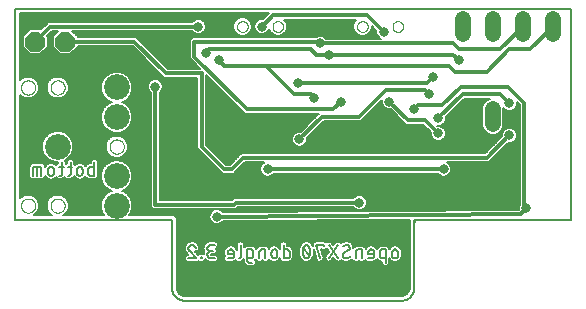
<source format=gbl>
G75*
%MOIN*%
%OFA0B0*%
%FSLAX25Y25*%
%IPPOS*%
%LPD*%
%AMOC8*
5,1,8,0,0,1.08239X$1,22.5*
%
%ADD10C,0.00004*%
%ADD11C,0.00600*%
%ADD12C,0.08600*%
%ADD13C,0.00000*%
%ADD14OC8,0.06600*%
%ADD15C,0.05200*%
%ADD16C,0.01200*%
%ADD17C,0.03200*%
D10*
X0145979Y0053933D02*
X0145891Y0054433D01*
D11*
X0065091Y0054433D02*
X0065091Y0032433D01*
X0066691Y0032352D02*
X0066749Y0032931D01*
X0066691Y0033003D01*
X0066691Y0055096D01*
X0065753Y0056033D01*
X0050815Y0056033D01*
X0051084Y0056302D01*
X0051876Y0058214D01*
X0051876Y0060282D01*
X0051084Y0062194D01*
X0049621Y0063656D01*
X0048383Y0064169D01*
X0049621Y0064682D01*
X0051084Y0066145D01*
X0051876Y0068056D01*
X0051876Y0070125D01*
X0051084Y0072036D01*
X0049621Y0073499D01*
X0047710Y0074291D01*
X0045641Y0074291D01*
X0043730Y0073499D01*
X0042267Y0072036D01*
X0041476Y0070125D01*
X0041476Y0068056D01*
X0042267Y0066145D01*
X0043730Y0064682D01*
X0044968Y0064169D01*
X0043730Y0063656D01*
X0042267Y0062194D01*
X0041476Y0060282D01*
X0041476Y0058214D01*
X0042267Y0056302D01*
X0042537Y0056033D01*
X0028799Y0056033D01*
X0029065Y0056143D01*
X0030095Y0057174D01*
X0030653Y0058520D01*
X0030653Y0059976D01*
X0030095Y0061323D01*
X0029065Y0062353D01*
X0027719Y0062910D01*
X0026262Y0062910D01*
X0024916Y0062353D01*
X0023886Y0061323D01*
X0023328Y0059976D01*
X0023328Y0058520D01*
X0023886Y0057174D01*
X0024916Y0056143D01*
X0025182Y0056033D01*
X0018956Y0056033D01*
X0019223Y0056143D01*
X0020253Y0057174D01*
X0020810Y0058520D01*
X0020810Y0059976D01*
X0020253Y0061323D01*
X0019223Y0062353D01*
X0017876Y0062910D01*
X0016420Y0062910D01*
X0015074Y0062353D01*
X0014491Y0061770D01*
X0014491Y0096096D01*
X0015074Y0095513D01*
X0016420Y0094956D01*
X0017876Y0094956D01*
X0019223Y0095513D01*
X0020253Y0096544D01*
X0020810Y0097890D01*
X0020810Y0099347D01*
X0020253Y0100693D01*
X0019223Y0101723D01*
X0017876Y0102280D01*
X0016420Y0102280D01*
X0015074Y0101723D01*
X0014491Y0101140D01*
X0014491Y0123333D01*
X0097394Y0123333D01*
X0097366Y0123304D01*
X0095494Y0121433D01*
X0094618Y0121433D01*
X0093699Y0121052D01*
X0092996Y0120349D01*
X0092616Y0119430D01*
X0092616Y0118436D01*
X0092996Y0117517D01*
X0093699Y0116814D01*
X0094618Y0116433D01*
X0095613Y0116433D01*
X0096532Y0116814D01*
X0097235Y0117517D01*
X0097446Y0118028D01*
X0097792Y0117193D01*
X0098656Y0116329D01*
X0099785Y0115861D01*
X0101007Y0115861D01*
X0102136Y0116329D01*
X0103000Y0117193D01*
X0103468Y0118322D01*
X0103468Y0119544D01*
X0103000Y0120673D01*
X0102490Y0121183D01*
X0126491Y0121183D01*
X0125981Y0120673D01*
X0125513Y0119544D01*
X0125513Y0118322D01*
X0125981Y0117193D01*
X0126845Y0116329D01*
X0127974Y0115861D01*
X0129196Y0115861D01*
X0130325Y0116329D01*
X0131189Y0117193D01*
X0131657Y0118322D01*
X0131657Y0119021D01*
X0133241Y0117437D01*
X0133241Y0116561D01*
X0133621Y0115642D01*
X0134324Y0114939D01*
X0134640Y0114808D01*
X0116526Y0114808D01*
X0115907Y0115427D01*
X0114988Y0115808D01*
X0113993Y0115808D01*
X0113088Y0115433D01*
X0071994Y0115433D01*
X0071116Y0114554D01*
X0071116Y0108312D01*
X0071994Y0107433D01*
X0074619Y0104808D01*
X0063862Y0104808D01*
X0054116Y0114554D01*
X0053237Y0115433D01*
X0033691Y0115433D01*
X0033691Y0115673D01*
X0031930Y0117433D01*
X0071830Y0117433D01*
X0072449Y0116814D01*
X0073368Y0116433D01*
X0074363Y0116433D01*
X0075282Y0116814D01*
X0075985Y0117517D01*
X0076366Y0118436D01*
X0076366Y0119430D01*
X0075985Y0120349D01*
X0075282Y0121052D01*
X0074363Y0121433D01*
X0073368Y0121433D01*
X0072449Y0121052D01*
X0071830Y0120433D01*
X0023869Y0120433D01*
X0022991Y0119554D01*
X0021400Y0117964D01*
X0021230Y0118133D01*
X0017751Y0118133D01*
X0015291Y0115673D01*
X0015291Y0112193D01*
X0017751Y0109733D01*
X0021230Y0109733D01*
X0023691Y0112193D01*
X0023691Y0115673D01*
X0023521Y0115842D01*
X0025112Y0117433D01*
X0027051Y0117433D01*
X0025291Y0115673D01*
X0025291Y0112193D01*
X0027751Y0109733D01*
X0031230Y0109733D01*
X0033691Y0112193D01*
X0033691Y0112433D01*
X0051994Y0112433D01*
X0062619Y0101808D01*
X0073616Y0101808D01*
X0073616Y0078312D01*
X0074494Y0077433D01*
X0081994Y0069933D01*
X0085737Y0069933D01*
X0086616Y0070812D01*
X0089487Y0073683D01*
X0095890Y0073683D01*
X0095574Y0073552D01*
X0094871Y0072849D01*
X0094491Y0071930D01*
X0094491Y0070936D01*
X0094871Y0070017D01*
X0095574Y0069314D01*
X0096493Y0068933D01*
X0097488Y0068933D01*
X0098407Y0069314D01*
X0099026Y0069933D01*
X0153705Y0069933D01*
X0154324Y0069314D01*
X0155243Y0068933D01*
X0156238Y0068933D01*
X0157157Y0069314D01*
X0157860Y0070017D01*
X0158241Y0070936D01*
X0158241Y0071930D01*
X0157860Y0072849D01*
X0157157Y0073552D01*
X0156841Y0073683D01*
X0170737Y0073683D01*
X0171616Y0074562D01*
X0177237Y0080183D01*
X0178113Y0080183D01*
X0179032Y0080564D01*
X0179735Y0081267D01*
X0180116Y0082186D01*
X0180116Y0083180D01*
X0179735Y0084099D01*
X0179032Y0084802D01*
X0178113Y0085183D01*
X0177118Y0085183D01*
X0176199Y0084802D01*
X0175496Y0084099D01*
X0175116Y0083180D01*
X0175116Y0082304D01*
X0169494Y0076683D01*
X0088244Y0076683D01*
X0084494Y0072933D01*
X0083237Y0072933D01*
X0076616Y0079554D01*
X0076616Y0102812D01*
X0089494Y0089933D01*
X0113994Y0089933D01*
X0113616Y0089554D01*
X0107994Y0083933D01*
X0107118Y0083933D01*
X0106199Y0083552D01*
X0105496Y0082849D01*
X0105116Y0081930D01*
X0105116Y0080936D01*
X0105496Y0080017D01*
X0106199Y0079314D01*
X0107118Y0078933D01*
X0108113Y0078933D01*
X0109032Y0079314D01*
X0109735Y0080017D01*
X0110116Y0080936D01*
X0110116Y0081812D01*
X0115737Y0087433D01*
X0128237Y0087433D01*
X0135116Y0094312D01*
X0135116Y0093436D01*
X0135496Y0092517D01*
X0136199Y0091814D01*
X0137118Y0091433D01*
X0137994Y0091433D01*
X0143244Y0086183D01*
X0148869Y0086183D01*
X0151366Y0083687D01*
X0151366Y0082811D01*
X0151746Y0081892D01*
X0152449Y0081189D01*
X0153368Y0080808D01*
X0154363Y0080808D01*
X0155282Y0081189D01*
X0155985Y0081892D01*
X0156366Y0082811D01*
X0156366Y0083805D01*
X0155985Y0084724D01*
X0155282Y0085427D01*
X0154363Y0085808D01*
X0153487Y0085808D01*
X0153487Y0085808D01*
X0154363Y0085808D01*
X0155282Y0086189D01*
X0155985Y0086892D01*
X0156366Y0087811D01*
X0156366Y0088687D01*
X0162612Y0094933D01*
X0171053Y0094933D01*
X0170008Y0094500D01*
X0169023Y0093516D01*
X0168491Y0092229D01*
X0168491Y0085637D01*
X0169023Y0084350D01*
X0170008Y0083366D01*
X0171294Y0082833D01*
X0172687Y0082833D01*
X0173973Y0083366D01*
X0174958Y0084350D01*
X0175491Y0085637D01*
X0175491Y0091905D01*
X0175496Y0091892D01*
X0176199Y0091189D01*
X0177118Y0090808D01*
X0178113Y0090808D01*
X0179032Y0091189D01*
X0179735Y0091892D01*
X0180116Y0092811D01*
X0180116Y0093687D01*
X0181116Y0092687D01*
X0181116Y0059711D01*
X0180741Y0058805D01*
X0180741Y0057929D01*
X0180739Y0057928D01*
X0082133Y0057051D01*
X0081532Y0057652D01*
X0080613Y0058033D01*
X0079618Y0058033D01*
X0078699Y0057652D01*
X0077996Y0056949D01*
X0077616Y0056030D01*
X0077616Y0055036D01*
X0077996Y0054117D01*
X0078699Y0053414D01*
X0079618Y0053033D01*
X0080613Y0053033D01*
X0081532Y0053414D01*
X0082169Y0054051D01*
X0144291Y0054603D01*
X0144291Y0033003D01*
X0144232Y0032931D01*
X0144291Y0032352D01*
X0144291Y0031770D01*
X0144300Y0031761D01*
X0144300Y0031709D01*
X0143978Y0030635D01*
X0143269Y0029767D01*
X0142282Y0029236D01*
X0141770Y0029133D01*
X0069211Y0029133D01*
X0068699Y0029236D01*
X0067712Y0029767D01*
X0067004Y0030635D01*
X0066681Y0031709D01*
X0066681Y0031761D01*
X0066691Y0031770D01*
X0066691Y0032352D01*
X0066691Y0032312D02*
X0144291Y0032312D01*
X0144300Y0031714D02*
X0066681Y0031714D01*
X0066859Y0031115D02*
X0144122Y0031115D01*
X0143881Y0030517D02*
X0067101Y0030517D01*
X0067589Y0029918D02*
X0143392Y0029918D01*
X0142437Y0029320D02*
X0068544Y0029320D01*
X0069091Y0027533D02*
X0141891Y0027533D01*
X0142023Y0027548D01*
X0142154Y0027567D01*
X0142284Y0027590D01*
X0142414Y0027617D01*
X0142543Y0027648D01*
X0142671Y0027682D01*
X0142798Y0027721D01*
X0142924Y0027763D01*
X0143048Y0027809D01*
X0143171Y0027858D01*
X0143293Y0027911D01*
X0143412Y0027968D01*
X0143531Y0028028D01*
X0143647Y0028092D01*
X0143761Y0028159D01*
X0143874Y0028229D01*
X0143984Y0028303D01*
X0144092Y0028380D01*
X0144197Y0028460D01*
X0144300Y0028543D01*
X0144401Y0028630D01*
X0144499Y0028719D01*
X0144595Y0028811D01*
X0144687Y0028906D01*
X0144777Y0029003D01*
X0144864Y0029103D01*
X0144948Y0029206D01*
X0145028Y0029311D01*
X0145106Y0029419D01*
X0145180Y0029528D01*
X0145251Y0029640D01*
X0145319Y0029754D01*
X0145384Y0029870D01*
X0145444Y0029988D01*
X0145502Y0030107D01*
X0145556Y0030229D01*
X0145606Y0030351D01*
X0145652Y0030475D01*
X0145695Y0030601D01*
X0145734Y0030727D01*
X0145770Y0030855D01*
X0145801Y0030984D01*
X0145829Y0031114D01*
X0145853Y0031244D01*
X0145873Y0031375D01*
X0145889Y0031507D01*
X0145901Y0031639D01*
X0145909Y0031771D01*
X0145913Y0031904D01*
X0145914Y0032036D01*
X0145910Y0032169D01*
X0145903Y0032301D01*
X0145891Y0032433D01*
X0145891Y0054433D01*
X0198241Y0054433D01*
X0198241Y0124933D01*
X0012741Y0124933D01*
X0012741Y0054433D01*
X0065091Y0054433D01*
X0066691Y0054457D02*
X0077855Y0054457D01*
X0077616Y0055056D02*
X0066691Y0055056D01*
X0066132Y0055654D02*
X0077616Y0055654D01*
X0077708Y0056253D02*
X0051034Y0056253D01*
X0051311Y0056851D02*
X0077956Y0056851D01*
X0078497Y0057450D02*
X0051559Y0057450D01*
X0051807Y0058048D02*
X0126237Y0058048D01*
X0126199Y0058064D02*
X0127118Y0057683D01*
X0128113Y0057683D01*
X0129032Y0058064D01*
X0129735Y0058767D01*
X0130116Y0059686D01*
X0130116Y0060680D01*
X0129735Y0061599D01*
X0129032Y0062302D01*
X0128113Y0062683D01*
X0127118Y0062683D01*
X0126199Y0062302D01*
X0125580Y0061683D01*
X0085744Y0061683D01*
X0085119Y0061058D01*
X0060991Y0061058D01*
X0060991Y0096898D01*
X0061610Y0097517D01*
X0061991Y0098436D01*
X0061991Y0099430D01*
X0061610Y0100349D01*
X0060907Y0101052D01*
X0059988Y0101433D01*
X0058993Y0101433D01*
X0058074Y0101052D01*
X0057371Y0100349D01*
X0056991Y0099430D01*
X0056991Y0098436D01*
X0057371Y0097517D01*
X0057991Y0096898D01*
X0057991Y0060179D01*
X0057991Y0058937D01*
X0058869Y0058058D01*
X0086362Y0058058D01*
X0086987Y0058683D01*
X0125580Y0058683D01*
X0126199Y0058064D01*
X0125616Y0058647D02*
X0086951Y0058647D01*
X0085700Y0061639D02*
X0060991Y0061639D01*
X0060991Y0062238D02*
X0126135Y0062238D01*
X0129096Y0062238D02*
X0181116Y0062238D01*
X0181116Y0062836D02*
X0060991Y0062836D01*
X0060991Y0063435D02*
X0181116Y0063435D01*
X0181116Y0064033D02*
X0060991Y0064033D01*
X0060991Y0064632D02*
X0181116Y0064632D01*
X0181116Y0065230D02*
X0060991Y0065230D01*
X0060991Y0065829D02*
X0181116Y0065829D01*
X0181116Y0066427D02*
X0060991Y0066427D01*
X0060991Y0067026D02*
X0181116Y0067026D01*
X0181116Y0067624D02*
X0060991Y0067624D01*
X0060991Y0068223D02*
X0181116Y0068223D01*
X0181116Y0068821D02*
X0060991Y0068821D01*
X0060991Y0069420D02*
X0095468Y0069420D01*
X0094871Y0070018D02*
X0085822Y0070018D01*
X0086421Y0070617D02*
X0094623Y0070617D01*
X0094491Y0071215D02*
X0087019Y0071215D01*
X0087618Y0071814D02*
X0094491Y0071814D01*
X0094690Y0072412D02*
X0088216Y0072412D01*
X0088815Y0073011D02*
X0095033Y0073011D01*
X0095712Y0073610D02*
X0089413Y0073610D01*
X0087565Y0076004D02*
X0080166Y0076004D01*
X0079568Y0076602D02*
X0088163Y0076602D01*
X0086966Y0075405D02*
X0080765Y0075405D01*
X0081363Y0074807D02*
X0086368Y0074807D01*
X0085769Y0074208D02*
X0081962Y0074208D01*
X0082560Y0073610D02*
X0085171Y0073610D01*
X0084572Y0073011D02*
X0083159Y0073011D01*
X0080712Y0071215D02*
X0060991Y0071215D01*
X0060991Y0070617D02*
X0081310Y0070617D01*
X0081909Y0070018D02*
X0060991Y0070018D01*
X0060991Y0071814D02*
X0080113Y0071814D01*
X0079515Y0072412D02*
X0060991Y0072412D01*
X0060991Y0073011D02*
X0078916Y0073011D01*
X0078318Y0073610D02*
X0060991Y0073610D01*
X0060991Y0074208D02*
X0077719Y0074208D01*
X0077121Y0074807D02*
X0060991Y0074807D01*
X0060991Y0075405D02*
X0076522Y0075405D01*
X0075924Y0076004D02*
X0060991Y0076004D01*
X0060991Y0076602D02*
X0075325Y0076602D01*
X0074727Y0077201D02*
X0060991Y0077201D01*
X0060991Y0077799D02*
X0074128Y0077799D01*
X0073616Y0078398D02*
X0060991Y0078398D01*
X0060991Y0078996D02*
X0073616Y0078996D01*
X0073616Y0079595D02*
X0060991Y0079595D01*
X0060991Y0080193D02*
X0073616Y0080193D01*
X0073616Y0080792D02*
X0060991Y0080792D01*
X0060991Y0081390D02*
X0073616Y0081390D01*
X0073616Y0081989D02*
X0060991Y0081989D01*
X0060991Y0082587D02*
X0073616Y0082587D01*
X0073616Y0083186D02*
X0060991Y0083186D01*
X0060991Y0083784D02*
X0073616Y0083784D01*
X0073616Y0084383D02*
X0060991Y0084383D01*
X0060991Y0084981D02*
X0073616Y0084981D01*
X0073616Y0085580D02*
X0060991Y0085580D01*
X0060991Y0086178D02*
X0073616Y0086178D01*
X0073616Y0086777D02*
X0060991Y0086777D01*
X0060991Y0087375D02*
X0073616Y0087375D01*
X0073616Y0087974D02*
X0060991Y0087974D01*
X0060991Y0088572D02*
X0073616Y0088572D01*
X0073616Y0089171D02*
X0060991Y0089171D01*
X0060991Y0089769D02*
X0073616Y0089769D01*
X0073616Y0090368D02*
X0060991Y0090368D01*
X0060991Y0090966D02*
X0073616Y0090966D01*
X0073616Y0091565D02*
X0060991Y0091565D01*
X0060991Y0092163D02*
X0073616Y0092163D01*
X0073616Y0092762D02*
X0060991Y0092762D01*
X0060991Y0093360D02*
X0073616Y0093360D01*
X0073616Y0093959D02*
X0060991Y0093959D01*
X0060991Y0094557D02*
X0073616Y0094557D01*
X0073616Y0095156D02*
X0060991Y0095156D01*
X0060991Y0095754D02*
X0073616Y0095754D01*
X0073616Y0096353D02*
X0060991Y0096353D01*
X0061044Y0096951D02*
X0073616Y0096951D01*
X0073616Y0097550D02*
X0061624Y0097550D01*
X0061872Y0098148D02*
X0073616Y0098148D01*
X0073616Y0098747D02*
X0061991Y0098747D01*
X0061991Y0099345D02*
X0073616Y0099345D01*
X0073616Y0099944D02*
X0061778Y0099944D01*
X0061417Y0100543D02*
X0073616Y0100543D01*
X0073616Y0101141D02*
X0060693Y0101141D01*
X0062089Y0102338D02*
X0050310Y0102338D01*
X0050908Y0101740D02*
X0073616Y0101740D01*
X0076616Y0101740D02*
X0077688Y0101740D01*
X0077089Y0102338D02*
X0076616Y0102338D01*
X0076616Y0101141D02*
X0078286Y0101141D01*
X0078885Y0100543D02*
X0076616Y0100543D01*
X0076616Y0099944D02*
X0079483Y0099944D01*
X0080082Y0099345D02*
X0076616Y0099345D01*
X0076616Y0098747D02*
X0080680Y0098747D01*
X0081279Y0098148D02*
X0076616Y0098148D01*
X0076616Y0097550D02*
X0081877Y0097550D01*
X0082476Y0096951D02*
X0076616Y0096951D01*
X0076616Y0096353D02*
X0083074Y0096353D01*
X0083673Y0095754D02*
X0076616Y0095754D01*
X0076616Y0095156D02*
X0084271Y0095156D01*
X0084870Y0094557D02*
X0076616Y0094557D01*
X0076616Y0093959D02*
X0085468Y0093959D01*
X0086067Y0093360D02*
X0076616Y0093360D01*
X0076616Y0092762D02*
X0086665Y0092762D01*
X0087264Y0092163D02*
X0076616Y0092163D01*
X0076616Y0091565D02*
X0087862Y0091565D01*
X0088461Y0090966D02*
X0076616Y0090966D01*
X0076616Y0090368D02*
X0089059Y0090368D01*
X0076616Y0089769D02*
X0113830Y0089769D01*
X0113232Y0089171D02*
X0076616Y0089171D01*
X0076616Y0088572D02*
X0112633Y0088572D01*
X0112035Y0087974D02*
X0076616Y0087974D01*
X0076616Y0087375D02*
X0111436Y0087375D01*
X0110838Y0086777D02*
X0076616Y0086777D01*
X0076616Y0086178D02*
X0110239Y0086178D01*
X0109641Y0085580D02*
X0076616Y0085580D01*
X0076616Y0084981D02*
X0109042Y0084981D01*
X0108444Y0084383D02*
X0076616Y0084383D01*
X0076616Y0083784D02*
X0106759Y0083784D01*
X0105833Y0083186D02*
X0076616Y0083186D01*
X0076616Y0082587D02*
X0105388Y0082587D01*
X0105140Y0081989D02*
X0076616Y0081989D01*
X0076616Y0081390D02*
X0105116Y0081390D01*
X0105175Y0080792D02*
X0076616Y0080792D01*
X0076616Y0080193D02*
X0105423Y0080193D01*
X0105918Y0079595D02*
X0076616Y0079595D01*
X0077174Y0078996D02*
X0106966Y0078996D01*
X0108265Y0078996D02*
X0171807Y0078996D01*
X0171209Y0078398D02*
X0077772Y0078398D01*
X0078371Y0077799D02*
X0170610Y0077799D01*
X0170012Y0077201D02*
X0078969Y0077201D01*
X0098513Y0069420D02*
X0154218Y0069420D01*
X0157263Y0069420D02*
X0181116Y0069420D01*
X0181116Y0070018D02*
X0157861Y0070018D01*
X0158108Y0070617D02*
X0181116Y0070617D01*
X0181116Y0071215D02*
X0158241Y0071215D01*
X0158241Y0071814D02*
X0181116Y0071814D01*
X0181116Y0072412D02*
X0158041Y0072412D01*
X0157698Y0073011D02*
X0181116Y0073011D01*
X0181116Y0073610D02*
X0157019Y0073610D01*
X0155483Y0081390D02*
X0174201Y0081390D01*
X0173603Y0080792D02*
X0110056Y0080792D01*
X0110116Y0081390D02*
X0152248Y0081390D01*
X0151706Y0081989D02*
X0110292Y0081989D01*
X0110891Y0082587D02*
X0151458Y0082587D01*
X0151366Y0083186D02*
X0111489Y0083186D01*
X0112088Y0083784D02*
X0151268Y0083784D01*
X0150670Y0084383D02*
X0112687Y0084383D01*
X0113285Y0084981D02*
X0150071Y0084981D01*
X0149473Y0085580D02*
X0113884Y0085580D01*
X0114482Y0086178D02*
X0148874Y0086178D01*
X0154914Y0085580D02*
X0168514Y0085580D01*
X0168491Y0086178D02*
X0155257Y0086178D01*
X0155870Y0086777D02*
X0168491Y0086777D01*
X0168491Y0087375D02*
X0156185Y0087375D01*
X0156366Y0087974D02*
X0168491Y0087974D01*
X0168491Y0088572D02*
X0156366Y0088572D01*
X0156850Y0089171D02*
X0168491Y0089171D01*
X0168491Y0089769D02*
X0157448Y0089769D01*
X0158047Y0090368D02*
X0168491Y0090368D01*
X0168491Y0090966D02*
X0158645Y0090966D01*
X0159244Y0091565D02*
X0168491Y0091565D01*
X0168491Y0092163D02*
X0159842Y0092163D01*
X0160441Y0092762D02*
X0168711Y0092762D01*
X0168959Y0093360D02*
X0161039Y0093360D01*
X0161638Y0093959D02*
X0169467Y0093959D01*
X0170146Y0094557D02*
X0162236Y0094557D01*
X0175491Y0091565D02*
X0175823Y0091565D01*
X0175491Y0090966D02*
X0176736Y0090966D01*
X0175491Y0090368D02*
X0181116Y0090368D01*
X0181116Y0090966D02*
X0178495Y0090966D01*
X0179408Y0091565D02*
X0181116Y0091565D01*
X0181116Y0092163D02*
X0179847Y0092163D01*
X0180095Y0092762D02*
X0181040Y0092762D01*
X0180442Y0093360D02*
X0180116Y0093360D01*
X0181116Y0089769D02*
X0175491Y0089769D01*
X0175491Y0089171D02*
X0181116Y0089171D01*
X0181116Y0088572D02*
X0175491Y0088572D01*
X0175491Y0087974D02*
X0181116Y0087974D01*
X0181116Y0087375D02*
X0175491Y0087375D01*
X0175491Y0086777D02*
X0181116Y0086777D01*
X0181116Y0086178D02*
X0175491Y0086178D01*
X0175467Y0085580D02*
X0181116Y0085580D01*
X0181116Y0084981D02*
X0178600Y0084981D01*
X0179451Y0084383D02*
X0181116Y0084383D01*
X0181116Y0083784D02*
X0179865Y0083784D01*
X0180113Y0083186D02*
X0181116Y0083186D01*
X0181116Y0082587D02*
X0180116Y0082587D01*
X0180034Y0081989D02*
X0181116Y0081989D01*
X0181116Y0081390D02*
X0179786Y0081390D01*
X0179260Y0080792D02*
X0181116Y0080792D01*
X0181116Y0080193D02*
X0178137Y0080193D01*
X0176648Y0079595D02*
X0181116Y0079595D01*
X0181116Y0078996D02*
X0176050Y0078996D01*
X0175451Y0078398D02*
X0181116Y0078398D01*
X0181116Y0077799D02*
X0174853Y0077799D01*
X0174254Y0077201D02*
X0181116Y0077201D01*
X0181116Y0076602D02*
X0173656Y0076602D01*
X0173057Y0076004D02*
X0181116Y0076004D01*
X0181116Y0075405D02*
X0172459Y0075405D01*
X0171860Y0074807D02*
X0181116Y0074807D01*
X0181116Y0074208D02*
X0171262Y0074208D01*
X0172406Y0079595D02*
X0109313Y0079595D01*
X0109808Y0080193D02*
X0173004Y0080193D01*
X0174800Y0081989D02*
X0156025Y0081989D01*
X0156273Y0082587D02*
X0175116Y0082587D01*
X0175118Y0083186D02*
X0173538Y0083186D01*
X0174391Y0083784D02*
X0175366Y0083784D01*
X0174971Y0084383D02*
X0175780Y0084383D01*
X0175219Y0084981D02*
X0176631Y0084981D01*
X0170443Y0083186D02*
X0156366Y0083186D01*
X0156366Y0083784D02*
X0169590Y0083784D01*
X0169010Y0084383D02*
X0156126Y0084383D01*
X0155728Y0084981D02*
X0168762Y0084981D01*
X0142651Y0086777D02*
X0115081Y0086777D01*
X0115679Y0087375D02*
X0142052Y0087375D01*
X0141454Y0087974D02*
X0128778Y0087974D01*
X0129376Y0088572D02*
X0140855Y0088572D01*
X0140256Y0089171D02*
X0129975Y0089171D01*
X0130573Y0089769D02*
X0139658Y0089769D01*
X0139059Y0090368D02*
X0131172Y0090368D01*
X0131770Y0090966D02*
X0138461Y0090966D01*
X0136800Y0091565D02*
X0132369Y0091565D01*
X0132967Y0092163D02*
X0135850Y0092163D01*
X0135395Y0092762D02*
X0133566Y0092762D01*
X0134164Y0093360D02*
X0135147Y0093360D01*
X0135116Y0093959D02*
X0134763Y0093959D01*
X0134401Y0114907D02*
X0116427Y0114907D01*
X0115719Y0115505D02*
X0133758Y0115505D01*
X0133430Y0116104D02*
X0129781Y0116104D01*
X0130698Y0116702D02*
X0133241Y0116702D01*
X0133241Y0117301D02*
X0131234Y0117301D01*
X0131482Y0117899D02*
X0132778Y0117899D01*
X0132179Y0118498D02*
X0131657Y0118498D01*
X0127389Y0116104D02*
X0101592Y0116104D01*
X0102509Y0116702D02*
X0126472Y0116702D01*
X0125936Y0117301D02*
X0103045Y0117301D01*
X0103293Y0117899D02*
X0125688Y0117899D01*
X0125513Y0118498D02*
X0103468Y0118498D01*
X0103468Y0119096D02*
X0125513Y0119096D01*
X0125576Y0119695D02*
X0103405Y0119695D01*
X0103157Y0120293D02*
X0125824Y0120293D01*
X0126200Y0120892D02*
X0102781Y0120892D01*
X0097347Y0123286D02*
X0014491Y0123286D01*
X0014491Y0122687D02*
X0096749Y0122687D01*
X0096150Y0122089D02*
X0014491Y0122089D01*
X0014491Y0121490D02*
X0086798Y0121490D01*
X0086845Y0121537D02*
X0085981Y0120673D01*
X0085513Y0119544D01*
X0085513Y0118322D01*
X0085981Y0117193D01*
X0086845Y0116329D01*
X0087974Y0115861D01*
X0089196Y0115861D01*
X0090325Y0116329D01*
X0091189Y0117193D01*
X0091657Y0118322D01*
X0091657Y0119544D01*
X0091189Y0120673D01*
X0090325Y0121537D01*
X0089196Y0122005D01*
X0087974Y0122005D01*
X0086845Y0121537D01*
X0086200Y0120892D02*
X0075442Y0120892D01*
X0076008Y0120293D02*
X0085824Y0120293D01*
X0085576Y0119695D02*
X0076256Y0119695D01*
X0076366Y0119096D02*
X0085513Y0119096D01*
X0085513Y0118498D02*
X0076366Y0118498D01*
X0076143Y0117899D02*
X0085688Y0117899D01*
X0085936Y0117301D02*
X0075769Y0117301D01*
X0075013Y0116702D02*
X0086472Y0116702D01*
X0087389Y0116104D02*
X0033259Y0116104D01*
X0033691Y0115505D02*
X0113262Y0115505D01*
X0099200Y0116104D02*
X0089781Y0116104D01*
X0090698Y0116702D02*
X0093968Y0116702D01*
X0093212Y0117301D02*
X0091234Y0117301D01*
X0091482Y0117899D02*
X0092838Y0117899D01*
X0092616Y0118498D02*
X0091657Y0118498D01*
X0091657Y0119096D02*
X0092616Y0119096D01*
X0092725Y0119695D02*
X0091594Y0119695D01*
X0091346Y0120293D02*
X0092973Y0120293D01*
X0093539Y0120892D02*
X0090970Y0120892D01*
X0090372Y0121490D02*
X0095552Y0121490D01*
X0097393Y0117899D02*
X0097500Y0117899D01*
X0097747Y0117301D02*
X0097019Y0117301D01*
X0096263Y0116702D02*
X0098283Y0116702D01*
X0072718Y0116702D02*
X0032661Y0116702D01*
X0032062Y0117301D02*
X0071962Y0117301D01*
X0071468Y0114907D02*
X0053763Y0114907D01*
X0054362Y0114308D02*
X0071116Y0114308D01*
X0071116Y0113710D02*
X0054960Y0113710D01*
X0055559Y0113111D02*
X0071116Y0113111D01*
X0071116Y0112513D02*
X0056157Y0112513D01*
X0056756Y0111914D02*
X0071116Y0111914D01*
X0071116Y0111316D02*
X0057354Y0111316D01*
X0057953Y0110717D02*
X0071116Y0110717D01*
X0071116Y0110119D02*
X0058551Y0110119D01*
X0059150Y0109520D02*
X0071116Y0109520D01*
X0071116Y0108922D02*
X0059748Y0108922D01*
X0060347Y0108323D02*
X0071116Y0108323D01*
X0071703Y0107725D02*
X0060945Y0107725D01*
X0061544Y0107126D02*
X0072301Y0107126D01*
X0072900Y0106528D02*
X0062142Y0106528D01*
X0062741Y0105929D02*
X0073498Y0105929D01*
X0074097Y0105331D02*
X0063339Y0105331D01*
X0060294Y0104134D02*
X0014491Y0104134D01*
X0014491Y0104732D02*
X0059695Y0104732D01*
X0059097Y0105331D02*
X0014491Y0105331D01*
X0014491Y0105929D02*
X0058498Y0105929D01*
X0057900Y0106528D02*
X0014491Y0106528D01*
X0014491Y0107126D02*
X0057301Y0107126D01*
X0056703Y0107725D02*
X0014491Y0107725D01*
X0014491Y0108323D02*
X0056104Y0108323D01*
X0055506Y0108922D02*
X0014491Y0108922D01*
X0014491Y0109520D02*
X0054907Y0109520D01*
X0054309Y0110119D02*
X0031616Y0110119D01*
X0032214Y0110717D02*
X0053710Y0110717D01*
X0053112Y0111316D02*
X0032813Y0111316D01*
X0033411Y0111914D02*
X0052513Y0111914D01*
X0049621Y0103026D02*
X0047710Y0103818D01*
X0045641Y0103818D01*
X0043730Y0103026D01*
X0042267Y0101564D01*
X0041476Y0099652D01*
X0041476Y0097584D01*
X0042267Y0095673D01*
X0043730Y0094210D01*
X0044968Y0093697D01*
X0043730Y0093184D01*
X0042267Y0091721D01*
X0041476Y0089810D01*
X0041476Y0087741D01*
X0042267Y0085830D01*
X0043730Y0084367D01*
X0045641Y0083576D01*
X0047710Y0083576D01*
X0049621Y0084367D01*
X0051084Y0085830D01*
X0051876Y0087741D01*
X0051876Y0089810D01*
X0051084Y0091721D01*
X0049621Y0093184D01*
X0048383Y0093697D01*
X0049621Y0094210D01*
X0051084Y0095673D01*
X0051876Y0097584D01*
X0051876Y0099652D01*
X0051084Y0101564D01*
X0049621Y0103026D01*
X0049711Y0102937D02*
X0061491Y0102937D01*
X0060892Y0103535D02*
X0048393Y0103535D01*
X0051259Y0101141D02*
X0058288Y0101141D01*
X0057564Y0100543D02*
X0051507Y0100543D01*
X0051755Y0099944D02*
X0057203Y0099944D01*
X0056991Y0099345D02*
X0051876Y0099345D01*
X0051876Y0098747D02*
X0056991Y0098747D01*
X0057110Y0098148D02*
X0051876Y0098148D01*
X0051862Y0097550D02*
X0057357Y0097550D01*
X0057937Y0096951D02*
X0051614Y0096951D01*
X0051366Y0096353D02*
X0057991Y0096353D01*
X0057991Y0095754D02*
X0051118Y0095754D01*
X0050567Y0095156D02*
X0057991Y0095156D01*
X0057991Y0094557D02*
X0049969Y0094557D01*
X0049016Y0093959D02*
X0057991Y0093959D01*
X0057991Y0093360D02*
X0049195Y0093360D01*
X0050043Y0092762D02*
X0057991Y0092762D01*
X0057991Y0092163D02*
X0050642Y0092163D01*
X0051149Y0091565D02*
X0057991Y0091565D01*
X0057991Y0090966D02*
X0051397Y0090966D01*
X0051645Y0090368D02*
X0057991Y0090368D01*
X0057991Y0089769D02*
X0051876Y0089769D01*
X0051876Y0089171D02*
X0057991Y0089171D01*
X0057991Y0088572D02*
X0051876Y0088572D01*
X0051876Y0087974D02*
X0057991Y0087974D01*
X0057991Y0087375D02*
X0051724Y0087375D01*
X0051476Y0086777D02*
X0057991Y0086777D01*
X0057991Y0086178D02*
X0051228Y0086178D01*
X0050834Y0085580D02*
X0057991Y0085580D01*
X0057991Y0084981D02*
X0050235Y0084981D01*
X0049637Y0084383D02*
X0057991Y0084383D01*
X0057991Y0083784D02*
X0048214Y0083784D01*
X0047424Y0082587D02*
X0057991Y0082587D01*
X0057991Y0081989D02*
X0048799Y0081989D01*
X0048750Y0082038D02*
X0047404Y0082595D01*
X0045947Y0082595D01*
X0044601Y0082038D01*
X0043571Y0081008D01*
X0043013Y0079662D01*
X0043013Y0078205D01*
X0043571Y0076859D01*
X0044601Y0075828D01*
X0045947Y0075271D01*
X0047404Y0075271D01*
X0048750Y0075828D01*
X0049780Y0076859D01*
X0050338Y0078205D01*
X0050338Y0079662D01*
X0049780Y0081008D01*
X0048750Y0082038D01*
X0049398Y0081390D02*
X0057991Y0081390D01*
X0057991Y0080792D02*
X0049870Y0080792D01*
X0050118Y0080193D02*
X0057991Y0080193D01*
X0057991Y0079595D02*
X0050338Y0079595D01*
X0050338Y0078996D02*
X0057991Y0078996D01*
X0057991Y0078398D02*
X0050338Y0078398D01*
X0050170Y0077799D02*
X0057991Y0077799D01*
X0057991Y0077201D02*
X0049922Y0077201D01*
X0049524Y0076602D02*
X0057991Y0076602D01*
X0057991Y0076004D02*
X0048925Y0076004D01*
X0047728Y0075405D02*
X0057991Y0075405D01*
X0057991Y0074807D02*
X0039714Y0074807D01*
X0039688Y0074833D02*
X0038693Y0074833D01*
X0037991Y0074130D01*
X0037991Y0073366D01*
X0037450Y0073366D01*
X0036553Y0072848D01*
X0036232Y0072292D01*
X0035688Y0073041D01*
X0035688Y0073041D01*
X0035688Y0073041D01*
X0034342Y0073478D01*
X0034342Y0073478D01*
X0032996Y0073041D01*
X0032996Y0073041D01*
X0032847Y0072837D01*
X0032532Y0073152D01*
X0032532Y0074130D01*
X0031829Y0074833D01*
X0030835Y0074833D01*
X0030132Y0074130D01*
X0030132Y0073366D01*
X0029857Y0073366D01*
X0029682Y0073191D01*
X0029682Y0074130D01*
X0029477Y0074335D01*
X0029936Y0074525D01*
X0031399Y0075988D01*
X0032191Y0077899D01*
X0032191Y0079967D01*
X0031399Y0081879D01*
X0029936Y0083341D01*
X0028025Y0084133D01*
X0025956Y0084133D01*
X0024045Y0083341D01*
X0022582Y0081879D01*
X0021791Y0079967D01*
X0021791Y0077899D01*
X0022582Y0075988D01*
X0024045Y0074525D01*
X0025956Y0073733D01*
X0027282Y0073733D01*
X0027282Y0073366D01*
X0027007Y0073366D01*
X0026338Y0072697D01*
X0026088Y0073041D01*
X0026088Y0073041D01*
X0026088Y0073041D01*
X0024742Y0073478D01*
X0023396Y0073041D01*
X0022758Y0072164D01*
X0022758Y0072663D01*
X0022056Y0073366D01*
X0018558Y0073366D01*
X0017425Y0072234D01*
X0017425Y0072234D01*
X0017425Y0072234D01*
X0017425Y0071433D01*
X0017425Y0070936D01*
X0017425Y0070936D01*
X0017425Y0068736D01*
X0018128Y0068033D01*
X0019122Y0068033D01*
X0019358Y0068269D01*
X0019595Y0068033D01*
X0020589Y0068033D01*
X0020825Y0068269D01*
X0021061Y0068033D01*
X0022056Y0068033D01*
X0022758Y0068736D01*
X0022758Y0069236D01*
X0023396Y0068358D01*
X0024742Y0067921D01*
X0026088Y0068358D01*
X0026338Y0068702D01*
X0027007Y0068033D01*
X0027789Y0068033D01*
X0028266Y0068033D01*
X0028266Y0068033D01*
X0029164Y0068551D01*
X0029164Y0068551D01*
X0029164Y0068551D01*
X0029228Y0068662D01*
X0029857Y0068033D01*
X0030627Y0068033D01*
X0031116Y0068033D01*
X0031116Y0068033D01*
X0032014Y0068551D01*
X0032387Y0069197D01*
X0032996Y0068358D01*
X0034342Y0067921D01*
X0035688Y0068358D01*
X0036232Y0069107D01*
X0036553Y0068551D01*
X0037450Y0068033D01*
X0039688Y0068033D01*
X0040391Y0068736D01*
X0040391Y0072663D01*
X0040391Y0074130D01*
X0039688Y0074833D01*
X0040313Y0074208D02*
X0045442Y0074208D01*
X0045623Y0075405D02*
X0030816Y0075405D01*
X0030808Y0074807D02*
X0030218Y0074807D01*
X0030210Y0074208D02*
X0029604Y0074208D01*
X0029682Y0073610D02*
X0030132Y0073610D01*
X0031332Y0073633D02*
X0031332Y0069966D01*
X0031331Y0069966D02*
X0031329Y0069914D01*
X0031324Y0069862D01*
X0031314Y0069810D01*
X0031301Y0069759D01*
X0031285Y0069710D01*
X0031265Y0069661D01*
X0031241Y0069615D01*
X0031215Y0069570D01*
X0031185Y0069527D01*
X0031152Y0069486D01*
X0031116Y0069448D01*
X0031078Y0069412D01*
X0031037Y0069379D01*
X0030994Y0069349D01*
X0030949Y0069323D01*
X0030902Y0069299D01*
X0030854Y0069279D01*
X0030805Y0069263D01*
X0030754Y0069250D01*
X0030702Y0069240D01*
X0030650Y0069235D01*
X0030598Y0069233D01*
X0030354Y0069233D01*
X0029667Y0068223D02*
X0028595Y0068223D01*
X0027748Y0069233D02*
X0027504Y0069233D01*
X0027748Y0069233D02*
X0027800Y0069235D01*
X0027852Y0069240D01*
X0027904Y0069250D01*
X0027955Y0069263D01*
X0028004Y0069279D01*
X0028052Y0069299D01*
X0028099Y0069323D01*
X0028144Y0069349D01*
X0028187Y0069379D01*
X0028228Y0069412D01*
X0028266Y0069448D01*
X0028302Y0069486D01*
X0028335Y0069527D01*
X0028365Y0069570D01*
X0028391Y0069615D01*
X0028415Y0069661D01*
X0028435Y0069710D01*
X0028451Y0069759D01*
X0028464Y0069810D01*
X0028474Y0069862D01*
X0028479Y0069914D01*
X0028481Y0069966D01*
X0028482Y0069966D02*
X0028482Y0073633D01*
X0027282Y0073610D02*
X0014491Y0073610D01*
X0014491Y0074208D02*
X0024810Y0074208D01*
X0024742Y0073478D02*
X0024742Y0073478D01*
X0023396Y0073041D02*
X0023396Y0073041D01*
X0023374Y0073011D02*
X0022411Y0073011D01*
X0022758Y0072412D02*
X0022939Y0072412D01*
X0021558Y0072166D02*
X0019358Y0072166D01*
X0019306Y0072164D01*
X0019254Y0072159D01*
X0019202Y0072149D01*
X0019151Y0072136D01*
X0019102Y0072120D01*
X0019054Y0072100D01*
X0019007Y0072076D01*
X0018962Y0072050D01*
X0018919Y0072020D01*
X0018878Y0071987D01*
X0018840Y0071951D01*
X0018804Y0071913D01*
X0018771Y0071872D01*
X0018741Y0071829D01*
X0018715Y0071784D01*
X0018691Y0071738D01*
X0018671Y0071689D01*
X0018655Y0071640D01*
X0018642Y0071589D01*
X0018632Y0071537D01*
X0018627Y0071485D01*
X0018625Y0071433D01*
X0018625Y0069233D01*
X0017425Y0069420D02*
X0014491Y0069420D01*
X0014491Y0070018D02*
X0017425Y0070018D01*
X0017425Y0070617D02*
X0014491Y0070617D01*
X0014491Y0071215D02*
X0017425Y0071215D01*
X0017425Y0071814D02*
X0014491Y0071814D01*
X0014491Y0072412D02*
X0017604Y0072412D01*
X0018202Y0073011D02*
X0014491Y0073011D01*
X0014491Y0074807D02*
X0023763Y0074807D01*
X0023165Y0075405D02*
X0014491Y0075405D01*
X0014491Y0076004D02*
X0022576Y0076004D01*
X0022328Y0076602D02*
X0014491Y0076602D01*
X0014491Y0077201D02*
X0022080Y0077201D01*
X0021832Y0077799D02*
X0014491Y0077799D01*
X0014491Y0078398D02*
X0021791Y0078398D01*
X0021791Y0078996D02*
X0014491Y0078996D01*
X0014491Y0079595D02*
X0021791Y0079595D01*
X0021884Y0080193D02*
X0014491Y0080193D01*
X0014491Y0080792D02*
X0022132Y0080792D01*
X0022380Y0081390D02*
X0014491Y0081390D01*
X0014491Y0081989D02*
X0022692Y0081989D01*
X0023291Y0082587D02*
X0014491Y0082587D01*
X0014491Y0083186D02*
X0023889Y0083186D01*
X0025114Y0083784D02*
X0014491Y0083784D01*
X0014491Y0084383D02*
X0043715Y0084383D01*
X0043116Y0084981D02*
X0014491Y0084981D01*
X0014491Y0085580D02*
X0042518Y0085580D01*
X0042123Y0086178D02*
X0014491Y0086178D01*
X0014491Y0086777D02*
X0041875Y0086777D01*
X0041627Y0087375D02*
X0014491Y0087375D01*
X0014491Y0087974D02*
X0041476Y0087974D01*
X0041476Y0088572D02*
X0014491Y0088572D01*
X0014491Y0089171D02*
X0041476Y0089171D01*
X0041476Y0089769D02*
X0014491Y0089769D01*
X0014491Y0090368D02*
X0041707Y0090368D01*
X0041955Y0090966D02*
X0014491Y0090966D01*
X0014491Y0091565D02*
X0042202Y0091565D01*
X0042709Y0092163D02*
X0014491Y0092163D01*
X0014491Y0092762D02*
X0043308Y0092762D01*
X0044156Y0093360D02*
X0014491Y0093360D01*
X0014491Y0093959D02*
X0044336Y0093959D01*
X0043382Y0094557D02*
X0014491Y0094557D01*
X0014491Y0095156D02*
X0015937Y0095156D01*
X0014833Y0095754D02*
X0014491Y0095754D01*
X0018359Y0095156D02*
X0025779Y0095156D01*
X0026262Y0094956D02*
X0024916Y0095513D01*
X0023886Y0096544D01*
X0023328Y0097890D01*
X0023328Y0099347D01*
X0023886Y0100693D01*
X0024916Y0101723D01*
X0026262Y0102280D01*
X0027719Y0102280D01*
X0029065Y0101723D01*
X0030095Y0100693D01*
X0030653Y0099347D01*
X0030653Y0097890D01*
X0030095Y0096544D01*
X0029065Y0095513D01*
X0027719Y0094956D01*
X0026262Y0094956D01*
X0024675Y0095754D02*
X0019463Y0095754D01*
X0020062Y0096353D02*
X0024077Y0096353D01*
X0023717Y0096951D02*
X0020422Y0096951D01*
X0020670Y0097550D02*
X0023469Y0097550D01*
X0023328Y0098148D02*
X0020810Y0098148D01*
X0020810Y0098747D02*
X0023328Y0098747D01*
X0023328Y0099345D02*
X0020810Y0099345D01*
X0020563Y0099944D02*
X0023576Y0099944D01*
X0023824Y0100543D02*
X0020315Y0100543D01*
X0019804Y0101141D02*
X0024334Y0101141D01*
X0024957Y0101740D02*
X0019182Y0101740D01*
X0015114Y0101740D02*
X0014491Y0101740D01*
X0014491Y0102338D02*
X0043042Y0102338D01*
X0043640Y0102937D02*
X0014491Y0102937D01*
X0014491Y0103535D02*
X0044958Y0103535D01*
X0042443Y0101740D02*
X0029025Y0101740D01*
X0029647Y0101141D02*
X0042092Y0101141D01*
X0041844Y0100543D02*
X0030157Y0100543D01*
X0030405Y0099944D02*
X0041596Y0099944D01*
X0041476Y0099345D02*
X0030653Y0099345D01*
X0030653Y0098747D02*
X0041476Y0098747D01*
X0041476Y0098148D02*
X0030653Y0098148D01*
X0030512Y0097550D02*
X0041490Y0097550D01*
X0041737Y0096951D02*
X0030264Y0096951D01*
X0029905Y0096353D02*
X0041985Y0096353D01*
X0042233Y0095754D02*
X0029306Y0095754D01*
X0028202Y0095156D02*
X0042784Y0095156D01*
X0045138Y0083784D02*
X0028867Y0083784D01*
X0030092Y0083186D02*
X0057991Y0083186D01*
X0045928Y0082587D02*
X0030690Y0082587D01*
X0031289Y0081989D02*
X0044552Y0081989D01*
X0043954Y0081390D02*
X0031601Y0081390D01*
X0031849Y0080792D02*
X0043481Y0080792D01*
X0043234Y0080193D02*
X0032097Y0080193D01*
X0032191Y0079595D02*
X0043013Y0079595D01*
X0043013Y0078996D02*
X0032191Y0078996D01*
X0032191Y0078398D02*
X0043013Y0078398D01*
X0043181Y0077799D02*
X0032149Y0077799D01*
X0031901Y0077201D02*
X0043429Y0077201D01*
X0043827Y0076602D02*
X0031653Y0076602D01*
X0031406Y0076004D02*
X0044426Y0076004D01*
X0043997Y0073610D02*
X0040391Y0073610D01*
X0040391Y0073011D02*
X0043242Y0073011D01*
X0042644Y0072412D02*
X0040391Y0072412D01*
X0040391Y0071814D02*
X0042175Y0071814D01*
X0041927Y0071215D02*
X0040391Y0071215D01*
X0040391Y0070617D02*
X0041679Y0070617D01*
X0041476Y0070018D02*
X0040391Y0070018D01*
X0040391Y0069420D02*
X0041476Y0069420D01*
X0041476Y0068821D02*
X0040391Y0068821D01*
X0039877Y0068223D02*
X0041476Y0068223D01*
X0041654Y0067624D02*
X0014491Y0067624D01*
X0014491Y0067026D02*
X0041902Y0067026D01*
X0042150Y0066427D02*
X0014491Y0066427D01*
X0014491Y0065829D02*
X0042583Y0065829D01*
X0043182Y0065230D02*
X0014491Y0065230D01*
X0014491Y0064632D02*
X0043852Y0064632D01*
X0044640Y0064033D02*
X0014491Y0064033D01*
X0014491Y0063435D02*
X0043508Y0063435D01*
X0042910Y0062836D02*
X0027897Y0062836D01*
X0029180Y0062238D02*
X0042311Y0062238D01*
X0042038Y0061639D02*
X0029778Y0061639D01*
X0030212Y0061041D02*
X0041790Y0061041D01*
X0041542Y0060442D02*
X0030460Y0060442D01*
X0030653Y0059844D02*
X0041476Y0059844D01*
X0041476Y0059245D02*
X0030653Y0059245D01*
X0030653Y0058647D02*
X0041476Y0058647D01*
X0041544Y0058048D02*
X0030458Y0058048D01*
X0030210Y0057450D02*
X0041792Y0057450D01*
X0042040Y0056851D02*
X0029773Y0056851D01*
X0029174Y0056253D02*
X0042317Y0056253D01*
X0051876Y0058647D02*
X0058281Y0058647D01*
X0057991Y0059245D02*
X0051876Y0059245D01*
X0051876Y0059844D02*
X0057991Y0059844D01*
X0057991Y0060442D02*
X0051809Y0060442D01*
X0051561Y0061041D02*
X0057991Y0061041D01*
X0057991Y0061639D02*
X0051314Y0061639D01*
X0051040Y0062238D02*
X0057991Y0062238D01*
X0057991Y0062836D02*
X0050441Y0062836D01*
X0049843Y0063435D02*
X0057991Y0063435D01*
X0057991Y0064033D02*
X0048711Y0064033D01*
X0049500Y0064632D02*
X0057991Y0064632D01*
X0057991Y0065230D02*
X0050169Y0065230D01*
X0050768Y0065829D02*
X0057991Y0065829D01*
X0057991Y0066427D02*
X0051201Y0066427D01*
X0051449Y0067026D02*
X0057991Y0067026D01*
X0057991Y0067624D02*
X0051697Y0067624D01*
X0051876Y0068223D02*
X0057991Y0068223D01*
X0057991Y0068821D02*
X0051876Y0068821D01*
X0051876Y0069420D02*
X0057991Y0069420D01*
X0057991Y0070018D02*
X0051876Y0070018D01*
X0051672Y0070617D02*
X0057991Y0070617D01*
X0057991Y0071215D02*
X0051424Y0071215D01*
X0051176Y0071814D02*
X0057991Y0071814D01*
X0057991Y0072412D02*
X0050708Y0072412D01*
X0050109Y0073011D02*
X0057991Y0073011D01*
X0057991Y0073610D02*
X0049354Y0073610D01*
X0047909Y0074208D02*
X0057991Y0074208D01*
X0039191Y0073633D02*
X0039191Y0069233D01*
X0037968Y0069233D01*
X0037916Y0069235D01*
X0037864Y0069240D01*
X0037812Y0069250D01*
X0037761Y0069263D01*
X0037712Y0069279D01*
X0037664Y0069299D01*
X0037617Y0069323D01*
X0037572Y0069349D01*
X0037529Y0069379D01*
X0037488Y0069412D01*
X0037450Y0069448D01*
X0037414Y0069486D01*
X0037381Y0069527D01*
X0037351Y0069570D01*
X0037325Y0069615D01*
X0037301Y0069662D01*
X0037281Y0069710D01*
X0037265Y0069759D01*
X0037252Y0069810D01*
X0037242Y0069862D01*
X0037237Y0069914D01*
X0037235Y0069966D01*
X0037235Y0071433D01*
X0037237Y0071485D01*
X0037242Y0071537D01*
X0037252Y0071589D01*
X0037265Y0071640D01*
X0037281Y0071689D01*
X0037301Y0071738D01*
X0037325Y0071784D01*
X0037351Y0071829D01*
X0037381Y0071872D01*
X0037414Y0071913D01*
X0037450Y0071951D01*
X0037488Y0071987D01*
X0037529Y0072020D01*
X0037572Y0072050D01*
X0037617Y0072076D01*
X0037664Y0072100D01*
X0037712Y0072120D01*
X0037761Y0072136D01*
X0037812Y0072149D01*
X0037864Y0072159D01*
X0037916Y0072164D01*
X0037968Y0072166D01*
X0039191Y0072166D01*
X0037991Y0073610D02*
X0032532Y0073610D01*
X0032454Y0074208D02*
X0038068Y0074208D01*
X0038667Y0074807D02*
X0031855Y0074807D01*
X0032673Y0073011D02*
X0032974Y0073011D01*
X0031821Y0072166D02*
X0030354Y0072166D01*
X0028971Y0072166D02*
X0027504Y0072166D01*
X0026651Y0073011D02*
X0026110Y0073011D01*
X0025720Y0071189D02*
X0025720Y0070211D01*
X0025718Y0070150D01*
X0025712Y0070088D01*
X0025703Y0070028D01*
X0025689Y0069968D01*
X0025672Y0069909D01*
X0025651Y0069851D01*
X0025627Y0069795D01*
X0025599Y0069740D01*
X0025568Y0069687D01*
X0025533Y0069636D01*
X0025496Y0069588D01*
X0025455Y0069542D01*
X0025411Y0069498D01*
X0025365Y0069457D01*
X0025317Y0069420D01*
X0025266Y0069385D01*
X0025213Y0069354D01*
X0025158Y0069326D01*
X0025102Y0069302D01*
X0025044Y0069281D01*
X0024985Y0069264D01*
X0024925Y0069250D01*
X0024865Y0069241D01*
X0024803Y0069235D01*
X0024742Y0069233D01*
X0024681Y0069235D01*
X0024619Y0069241D01*
X0024559Y0069250D01*
X0024499Y0069264D01*
X0024440Y0069281D01*
X0024382Y0069302D01*
X0024326Y0069326D01*
X0024271Y0069354D01*
X0024218Y0069385D01*
X0024167Y0069420D01*
X0024119Y0069457D01*
X0024073Y0069498D01*
X0024029Y0069542D01*
X0023988Y0069588D01*
X0023951Y0069636D01*
X0023916Y0069687D01*
X0023885Y0069740D01*
X0023857Y0069795D01*
X0023833Y0069851D01*
X0023812Y0069909D01*
X0023795Y0069968D01*
X0023781Y0070028D01*
X0023772Y0070088D01*
X0023766Y0070150D01*
X0023764Y0070211D01*
X0023764Y0071189D01*
X0023766Y0071250D01*
X0023772Y0071312D01*
X0023781Y0071372D01*
X0023795Y0071432D01*
X0023812Y0071491D01*
X0023833Y0071549D01*
X0023857Y0071605D01*
X0023885Y0071660D01*
X0023916Y0071713D01*
X0023951Y0071764D01*
X0023988Y0071812D01*
X0024029Y0071858D01*
X0024073Y0071902D01*
X0024119Y0071943D01*
X0024167Y0071980D01*
X0024218Y0072015D01*
X0024271Y0072046D01*
X0024326Y0072074D01*
X0024382Y0072098D01*
X0024440Y0072119D01*
X0024499Y0072136D01*
X0024559Y0072150D01*
X0024619Y0072159D01*
X0024681Y0072165D01*
X0024742Y0072167D01*
X0024803Y0072165D01*
X0024865Y0072159D01*
X0024925Y0072150D01*
X0024985Y0072136D01*
X0025044Y0072119D01*
X0025102Y0072098D01*
X0025158Y0072074D01*
X0025213Y0072046D01*
X0025266Y0072015D01*
X0025317Y0071980D01*
X0025365Y0071943D01*
X0025411Y0071902D01*
X0025455Y0071858D01*
X0025496Y0071812D01*
X0025533Y0071764D01*
X0025568Y0071713D01*
X0025599Y0071660D01*
X0025627Y0071605D01*
X0025651Y0071549D01*
X0025672Y0071491D01*
X0025689Y0071432D01*
X0025703Y0071372D01*
X0025712Y0071312D01*
X0025718Y0071250D01*
X0025720Y0071189D01*
X0026088Y0068358D02*
X0026088Y0068358D01*
X0025671Y0068223D02*
X0026817Y0068223D01*
X0024742Y0067921D02*
X0024742Y0067921D01*
X0023813Y0068223D02*
X0022245Y0068223D01*
X0022758Y0068821D02*
X0023059Y0068821D01*
X0023396Y0068358D02*
X0023396Y0068358D01*
X0023396Y0068358D01*
X0021558Y0069233D02*
X0021558Y0072166D01*
X0020092Y0072166D02*
X0020092Y0069233D01*
X0020779Y0068223D02*
X0020872Y0068223D01*
X0019405Y0068223D02*
X0019312Y0068223D01*
X0017938Y0068223D02*
X0014491Y0068223D01*
X0014491Y0068821D02*
X0017425Y0068821D01*
X0018055Y0062836D02*
X0026084Y0062836D01*
X0024801Y0062238D02*
X0019337Y0062238D01*
X0019936Y0061639D02*
X0024203Y0061639D01*
X0023769Y0061041D02*
X0020369Y0061041D01*
X0020617Y0060442D02*
X0023521Y0060442D01*
X0023328Y0059844D02*
X0020810Y0059844D01*
X0020810Y0059245D02*
X0023328Y0059245D01*
X0023328Y0058647D02*
X0020810Y0058647D01*
X0020615Y0058048D02*
X0023524Y0058048D01*
X0023771Y0057450D02*
X0020367Y0057450D01*
X0019930Y0056851D02*
X0024208Y0056851D01*
X0024807Y0056253D02*
X0019332Y0056253D01*
X0016241Y0062836D02*
X0014491Y0062836D01*
X0014491Y0062238D02*
X0014959Y0062238D01*
X0031445Y0068223D02*
X0033413Y0068223D01*
X0032996Y0068358D02*
X0032996Y0068358D01*
X0032996Y0068358D01*
X0032659Y0068821D02*
X0032170Y0068821D01*
X0032014Y0068551D02*
X0032014Y0068551D01*
X0033364Y0070211D02*
X0033364Y0071189D01*
X0033366Y0071250D01*
X0033372Y0071312D01*
X0033381Y0071372D01*
X0033395Y0071432D01*
X0033412Y0071491D01*
X0033433Y0071549D01*
X0033457Y0071605D01*
X0033485Y0071660D01*
X0033516Y0071713D01*
X0033551Y0071764D01*
X0033588Y0071812D01*
X0033629Y0071858D01*
X0033673Y0071902D01*
X0033719Y0071943D01*
X0033767Y0071980D01*
X0033818Y0072015D01*
X0033871Y0072046D01*
X0033926Y0072074D01*
X0033982Y0072098D01*
X0034040Y0072119D01*
X0034099Y0072136D01*
X0034159Y0072150D01*
X0034219Y0072159D01*
X0034281Y0072165D01*
X0034342Y0072167D01*
X0034403Y0072165D01*
X0034465Y0072159D01*
X0034525Y0072150D01*
X0034585Y0072136D01*
X0034644Y0072119D01*
X0034702Y0072098D01*
X0034758Y0072074D01*
X0034813Y0072046D01*
X0034866Y0072015D01*
X0034917Y0071980D01*
X0034965Y0071943D01*
X0035011Y0071902D01*
X0035055Y0071858D01*
X0035096Y0071812D01*
X0035133Y0071764D01*
X0035168Y0071713D01*
X0035199Y0071660D01*
X0035227Y0071605D01*
X0035251Y0071549D01*
X0035272Y0071491D01*
X0035289Y0071432D01*
X0035303Y0071372D01*
X0035312Y0071312D01*
X0035318Y0071250D01*
X0035320Y0071189D01*
X0035320Y0070211D01*
X0035318Y0070150D01*
X0035312Y0070088D01*
X0035303Y0070028D01*
X0035289Y0069968D01*
X0035272Y0069909D01*
X0035251Y0069851D01*
X0035227Y0069795D01*
X0035199Y0069740D01*
X0035168Y0069687D01*
X0035133Y0069636D01*
X0035096Y0069588D01*
X0035055Y0069542D01*
X0035011Y0069498D01*
X0034965Y0069457D01*
X0034917Y0069420D01*
X0034866Y0069385D01*
X0034813Y0069354D01*
X0034758Y0069326D01*
X0034702Y0069302D01*
X0034644Y0069281D01*
X0034585Y0069264D01*
X0034525Y0069250D01*
X0034465Y0069241D01*
X0034403Y0069235D01*
X0034342Y0069233D01*
X0034281Y0069235D01*
X0034219Y0069241D01*
X0034159Y0069250D01*
X0034099Y0069264D01*
X0034040Y0069281D01*
X0033982Y0069302D01*
X0033926Y0069326D01*
X0033871Y0069354D01*
X0033818Y0069385D01*
X0033767Y0069420D01*
X0033719Y0069457D01*
X0033673Y0069498D01*
X0033629Y0069542D01*
X0033588Y0069588D01*
X0033551Y0069636D01*
X0033516Y0069687D01*
X0033485Y0069740D01*
X0033457Y0069795D01*
X0033433Y0069851D01*
X0033412Y0069909D01*
X0033395Y0069968D01*
X0033381Y0070028D01*
X0033372Y0070088D01*
X0033366Y0070150D01*
X0033364Y0070211D01*
X0035688Y0068358D02*
X0035688Y0068358D01*
X0035271Y0068223D02*
X0037121Y0068223D01*
X0036553Y0068551D02*
X0036553Y0068551D01*
X0036553Y0068551D01*
X0036397Y0068821D02*
X0036024Y0068821D01*
X0034342Y0067921D02*
X0034342Y0067921D01*
X0036144Y0072412D02*
X0036301Y0072412D01*
X0036553Y0072848D02*
X0036553Y0072848D01*
X0036553Y0072848D01*
X0036835Y0073011D02*
X0035710Y0073011D01*
X0066691Y0053859D02*
X0078254Y0053859D01*
X0079070Y0053260D02*
X0066691Y0053260D01*
X0066691Y0052662D02*
X0144291Y0052662D01*
X0144291Y0053260D02*
X0081161Y0053260D01*
X0081977Y0053859D02*
X0144291Y0053859D01*
X0144291Y0054457D02*
X0127831Y0054457D01*
X0126982Y0057450D02*
X0081734Y0057450D01*
X0079832Y0047333D02*
X0077161Y0047333D01*
X0076016Y0046501D01*
X0075579Y0045155D01*
X0075930Y0044075D01*
X0075625Y0043135D01*
X0075582Y0043177D01*
X0074344Y0043177D01*
X0073824Y0042658D01*
X0072702Y0043978D01*
X0072932Y0043861D01*
X0073878Y0044167D01*
X0074330Y0045052D01*
X0074177Y0045525D01*
X0073915Y0046333D01*
X0073915Y0046333D01*
X0072540Y0047333D01*
X0071074Y0047333D01*
X0070007Y0046717D01*
X0069391Y0045649D01*
X0069391Y0044536D01*
X0069397Y0044530D01*
X0069776Y0043646D01*
X0069776Y0043646D01*
X0070084Y0043352D01*
X0070440Y0042933D01*
X0070094Y0042933D01*
X0069391Y0042230D01*
X0069391Y0041236D01*
X0070094Y0040533D01*
X0072987Y0040533D01*
X0073434Y0040497D01*
X0073476Y0040533D01*
X0073532Y0040533D01*
X0073849Y0040850D01*
X0073945Y0040932D01*
X0074344Y0040533D01*
X0075582Y0040533D01*
X0076285Y0041236D01*
X0076285Y0041289D01*
X0077326Y0040533D01*
X0078610Y0040533D01*
X0079832Y0040533D01*
X0080535Y0041236D01*
X0080535Y0042230D01*
X0079832Y0042933D01*
X0078113Y0042933D01*
X0078106Y0042934D01*
X0078095Y0042942D01*
X0078091Y0042955D01*
X0078095Y0042968D01*
X0078106Y0042976D01*
X0078113Y0042978D01*
X0079343Y0042978D01*
X0080046Y0043680D01*
X0080046Y0044675D01*
X0079788Y0044933D01*
X0079832Y0044933D01*
X0080535Y0045636D01*
X0080535Y0046630D01*
X0079832Y0047333D01*
X0079890Y0047275D02*
X0087499Y0047275D01*
X0087558Y0047333D02*
X0086855Y0046630D01*
X0086855Y0044446D01*
X0086059Y0045541D01*
X0086059Y0045541D01*
X0086059Y0045541D01*
X0084713Y0045978D01*
X0084713Y0045978D01*
X0083367Y0045541D01*
X0082535Y0044396D01*
X0082535Y0043192D01*
X0082535Y0043192D01*
X0082535Y0042703D01*
X0082771Y0042466D01*
X0082535Y0042230D01*
X0082535Y0041236D01*
X0083238Y0040533D01*
X0085475Y0040533D01*
X0086330Y0041027D01*
X0086824Y0040533D01*
X0087321Y0040533D01*
X0088122Y0040533D01*
X0089014Y0041425D01*
X0089014Y0040482D01*
X0089532Y0039584D01*
X0090429Y0039066D01*
X0092422Y0039066D01*
X0093125Y0039769D01*
X0093125Y0040763D01*
X0092843Y0041046D01*
X0092852Y0041051D01*
X0093035Y0041369D01*
X0093035Y0041236D01*
X0093738Y0040533D01*
X0094732Y0040533D01*
X0095213Y0041014D01*
X0095694Y0040533D01*
X0096688Y0040533D01*
X0097391Y0041236D01*
X0097391Y0041583D01*
X0097917Y0040858D01*
X0099263Y0040421D01*
X0100609Y0040858D01*
X0101164Y0041623D01*
X0101164Y0041236D01*
X0101867Y0040533D01*
X0104104Y0040533D01*
X0105002Y0041051D01*
X0105520Y0041948D01*
X0105520Y0041969D01*
X0105520Y0044451D01*
X0105002Y0045348D01*
X0105002Y0045348D01*
X0105002Y0045348D01*
X0104104Y0045866D01*
X0103564Y0045866D01*
X0103564Y0046630D01*
X0102861Y0047333D01*
X0101867Y0047333D01*
X0101164Y0046630D01*
X0101164Y0044777D01*
X0100609Y0045541D01*
X0100609Y0045541D01*
X0100609Y0045541D01*
X0099263Y0045978D01*
X0099263Y0045978D01*
X0097917Y0045541D01*
X0097917Y0045541D01*
X0097391Y0044817D01*
X0097391Y0045163D01*
X0096688Y0045866D01*
X0094168Y0045866D01*
X0093144Y0044842D01*
X0092852Y0045348D01*
X0092852Y0045348D01*
X0092852Y0045348D01*
X0091954Y0045866D01*
X0089717Y0045866D01*
X0089255Y0045404D01*
X0089255Y0046630D01*
X0088552Y0047333D01*
X0087558Y0047333D01*
X0086901Y0046677D02*
X0080489Y0046677D01*
X0080535Y0046078D02*
X0086855Y0046078D01*
X0086855Y0045479D02*
X0086104Y0045479D01*
X0086538Y0044881D02*
X0086855Y0044881D01*
X0085691Y0043689D02*
X0085691Y0042466D01*
X0085690Y0042466D02*
X0085688Y0042414D01*
X0085683Y0042362D01*
X0085673Y0042310D01*
X0085660Y0042259D01*
X0085644Y0042210D01*
X0085624Y0042162D01*
X0085600Y0042115D01*
X0085574Y0042070D01*
X0085544Y0042027D01*
X0085511Y0041986D01*
X0085475Y0041948D01*
X0085437Y0041912D01*
X0085396Y0041879D01*
X0085353Y0041849D01*
X0085308Y0041823D01*
X0085262Y0041799D01*
X0085213Y0041779D01*
X0085164Y0041763D01*
X0085113Y0041750D01*
X0085061Y0041740D01*
X0085009Y0041735D01*
X0084957Y0041733D01*
X0083735Y0041733D01*
X0082535Y0041888D02*
X0080535Y0041888D01*
X0080535Y0041290D02*
X0082535Y0041290D01*
X0083080Y0040691D02*
X0079991Y0040691D01*
X0079335Y0041733D02*
X0078113Y0041733D01*
X0078044Y0041735D01*
X0077976Y0041741D01*
X0077908Y0041750D01*
X0077841Y0041764D01*
X0077775Y0041781D01*
X0077709Y0041802D01*
X0077645Y0041826D01*
X0077583Y0041854D01*
X0077522Y0041885D01*
X0077463Y0041920D01*
X0077406Y0041958D01*
X0077351Y0042000D01*
X0077299Y0042044D01*
X0077249Y0042091D01*
X0077202Y0042141D01*
X0077158Y0042193D01*
X0077116Y0042248D01*
X0077078Y0042305D01*
X0077043Y0042364D01*
X0077012Y0042425D01*
X0076984Y0042487D01*
X0076960Y0042551D01*
X0076939Y0042617D01*
X0076922Y0042683D01*
X0076908Y0042750D01*
X0076899Y0042818D01*
X0076893Y0042886D01*
X0076891Y0042955D01*
X0076893Y0043024D01*
X0076899Y0043092D01*
X0076908Y0043160D01*
X0076922Y0043227D01*
X0076939Y0043293D01*
X0076960Y0043359D01*
X0076984Y0043423D01*
X0077012Y0043485D01*
X0077043Y0043546D01*
X0077078Y0043605D01*
X0077116Y0043662D01*
X0077158Y0043717D01*
X0077202Y0043769D01*
X0077249Y0043819D01*
X0077299Y0043866D01*
X0077351Y0043910D01*
X0077406Y0043952D01*
X0077463Y0043990D01*
X0077522Y0044025D01*
X0077583Y0044056D01*
X0077645Y0044084D01*
X0077709Y0044108D01*
X0077775Y0044129D01*
X0077841Y0044146D01*
X0077908Y0044160D01*
X0077976Y0044169D01*
X0078044Y0044175D01*
X0078113Y0044177D01*
X0077868Y0044178D02*
X0078846Y0044178D01*
X0080046Y0044282D02*
X0082535Y0044282D01*
X0082535Y0043684D02*
X0080046Y0043684D01*
X0079451Y0043085D02*
X0082535Y0043085D01*
X0082751Y0042487D02*
X0080278Y0042487D01*
X0077108Y0040691D02*
X0075741Y0040691D01*
X0075085Y0041733D02*
X0074841Y0041733D01*
X0074841Y0041978D01*
X0075085Y0041978D01*
X0075085Y0041733D01*
X0074185Y0040691D02*
X0073691Y0040691D01*
X0073035Y0041733D02*
X0070591Y0041733D01*
X0069648Y0042487D02*
X0066691Y0042487D01*
X0066691Y0043085D02*
X0070311Y0043085D01*
X0069759Y0043684D02*
X0066691Y0043684D01*
X0066691Y0044282D02*
X0069503Y0044282D01*
X0069391Y0044881D02*
X0066691Y0044881D01*
X0066691Y0045479D02*
X0069391Y0045479D01*
X0069638Y0046078D02*
X0066691Y0046078D01*
X0066691Y0046677D02*
X0069984Y0046677D01*
X0070007Y0046717D02*
X0070007Y0046717D01*
X0070974Y0047275D02*
X0066691Y0047275D01*
X0066691Y0047874D02*
X0144291Y0047874D01*
X0144291Y0048472D02*
X0066691Y0048472D01*
X0066691Y0049071D02*
X0144291Y0049071D01*
X0144291Y0049669D02*
X0066691Y0049669D01*
X0066691Y0050268D02*
X0144291Y0050268D01*
X0144291Y0050866D02*
X0066691Y0050866D01*
X0066691Y0051465D02*
X0144291Y0051465D01*
X0144291Y0052063D02*
X0066691Y0052063D01*
X0072620Y0047275D02*
X0077081Y0047275D01*
X0076257Y0046677D02*
X0073443Y0046677D01*
X0073998Y0046078D02*
X0075878Y0046078D01*
X0076016Y0046501D02*
X0076016Y0046501D01*
X0076016Y0046501D01*
X0075684Y0045479D02*
X0074192Y0045479D01*
X0074242Y0044881D02*
X0075668Y0044881D01*
X0075579Y0045155D02*
X0075579Y0045155D01*
X0075862Y0044282D02*
X0073937Y0044282D01*
X0072952Y0043684D02*
X0075803Y0043684D01*
X0074252Y0043085D02*
X0073461Y0043085D01*
X0073035Y0041733D02*
X0070957Y0044178D01*
X0071691Y0046133D02*
X0071765Y0046131D01*
X0071839Y0046125D01*
X0071912Y0046116D01*
X0071985Y0046102D01*
X0072057Y0046085D01*
X0072128Y0046064D01*
X0072198Y0046039D01*
X0072266Y0046011D01*
X0072333Y0045979D01*
X0072398Y0045943D01*
X0072461Y0045905D01*
X0072522Y0045863D01*
X0072581Y0045818D01*
X0072637Y0045770D01*
X0072691Y0045719D01*
X0072742Y0045665D01*
X0072790Y0045608D01*
X0072835Y0045550D01*
X0072877Y0045489D01*
X0072915Y0045426D01*
X0072951Y0045360D01*
X0072982Y0045294D01*
X0073011Y0045225D01*
X0073035Y0045155D01*
X0070958Y0044178D02*
X0070909Y0044226D01*
X0070864Y0044278D01*
X0070822Y0044331D01*
X0070783Y0044387D01*
X0070747Y0044446D01*
X0070715Y0044506D01*
X0070686Y0044568D01*
X0070661Y0044631D01*
X0070640Y0044696D01*
X0070622Y0044762D01*
X0070609Y0044829D01*
X0070599Y0044897D01*
X0070593Y0044965D01*
X0070591Y0045033D01*
X0070593Y0045097D01*
X0070598Y0045161D01*
X0070608Y0045224D01*
X0070621Y0045287D01*
X0070637Y0045348D01*
X0070657Y0045409D01*
X0070681Y0045469D01*
X0070708Y0045527D01*
X0070738Y0045583D01*
X0070772Y0045637D01*
X0070809Y0045690D01*
X0070848Y0045740D01*
X0070891Y0045788D01*
X0070936Y0045833D01*
X0070984Y0045876D01*
X0071034Y0045915D01*
X0071087Y0045952D01*
X0071141Y0045986D01*
X0071197Y0046016D01*
X0071255Y0046043D01*
X0071315Y0046067D01*
X0071376Y0046087D01*
X0071437Y0046103D01*
X0071500Y0046116D01*
X0071563Y0046126D01*
X0071627Y0046131D01*
X0071691Y0046133D01*
X0077868Y0046133D02*
X0079335Y0046133D01*
X0080379Y0045479D02*
X0083322Y0045479D01*
X0083367Y0045541D02*
X0083367Y0045541D01*
X0082887Y0044881D02*
X0079840Y0044881D01*
X0077868Y0044177D02*
X0077807Y0044179D01*
X0077745Y0044185D01*
X0077685Y0044194D01*
X0077625Y0044208D01*
X0077566Y0044225D01*
X0077508Y0044246D01*
X0077452Y0044270D01*
X0077397Y0044298D01*
X0077344Y0044329D01*
X0077293Y0044364D01*
X0077245Y0044401D01*
X0077199Y0044442D01*
X0077155Y0044486D01*
X0077114Y0044532D01*
X0077077Y0044580D01*
X0077042Y0044631D01*
X0077011Y0044684D01*
X0076983Y0044739D01*
X0076959Y0044795D01*
X0076938Y0044853D01*
X0076921Y0044912D01*
X0076907Y0044972D01*
X0076898Y0045032D01*
X0076892Y0045094D01*
X0076890Y0045155D01*
X0076892Y0045216D01*
X0076898Y0045278D01*
X0076907Y0045338D01*
X0076921Y0045398D01*
X0076938Y0045457D01*
X0076959Y0045515D01*
X0076983Y0045571D01*
X0077011Y0045626D01*
X0077042Y0045679D01*
X0077077Y0045730D01*
X0077114Y0045778D01*
X0077155Y0045824D01*
X0077199Y0045868D01*
X0077245Y0045909D01*
X0077293Y0045946D01*
X0077344Y0045981D01*
X0077397Y0046012D01*
X0077452Y0046040D01*
X0077508Y0046064D01*
X0077566Y0046085D01*
X0077625Y0046102D01*
X0077685Y0046116D01*
X0077745Y0046125D01*
X0077807Y0046131D01*
X0077868Y0046133D01*
X0083735Y0043689D02*
X0083735Y0043200D01*
X0085691Y0043200D01*
X0085691Y0043689D02*
X0085689Y0043750D01*
X0085683Y0043812D01*
X0085674Y0043872D01*
X0085660Y0043932D01*
X0085643Y0043991D01*
X0085622Y0044049D01*
X0085598Y0044105D01*
X0085570Y0044160D01*
X0085539Y0044213D01*
X0085504Y0044264D01*
X0085467Y0044312D01*
X0085426Y0044358D01*
X0085382Y0044402D01*
X0085336Y0044443D01*
X0085288Y0044480D01*
X0085237Y0044515D01*
X0085184Y0044546D01*
X0085129Y0044574D01*
X0085073Y0044598D01*
X0085015Y0044619D01*
X0084956Y0044636D01*
X0084896Y0044650D01*
X0084836Y0044659D01*
X0084774Y0044665D01*
X0084713Y0044667D01*
X0084652Y0044665D01*
X0084590Y0044659D01*
X0084530Y0044650D01*
X0084470Y0044636D01*
X0084411Y0044619D01*
X0084353Y0044598D01*
X0084297Y0044574D01*
X0084242Y0044546D01*
X0084189Y0044515D01*
X0084138Y0044480D01*
X0084090Y0044443D01*
X0084044Y0044402D01*
X0084000Y0044358D01*
X0083959Y0044312D01*
X0083922Y0044264D01*
X0083887Y0044213D01*
X0083856Y0044160D01*
X0083828Y0044105D01*
X0083804Y0044049D01*
X0083783Y0043991D01*
X0083766Y0043932D01*
X0083752Y0043872D01*
X0083743Y0043812D01*
X0083737Y0043750D01*
X0083735Y0043689D01*
X0085750Y0040691D02*
X0086666Y0040691D01*
X0088122Y0040533D02*
X0088122Y0040533D01*
X0088280Y0040691D02*
X0089014Y0040691D01*
X0089014Y0041290D02*
X0088879Y0041290D01*
X0089239Y0040093D02*
X0066691Y0040093D01*
X0066691Y0040691D02*
X0069935Y0040691D01*
X0069391Y0041290D02*
X0066691Y0041290D01*
X0066691Y0041888D02*
X0069391Y0041888D01*
X0066691Y0039494D02*
X0089688Y0039494D01*
X0089532Y0039584D02*
X0089532Y0039584D01*
X0089532Y0039584D01*
X0090947Y0040266D02*
X0091925Y0040266D01*
X0092850Y0039494D02*
X0135437Y0039494D01*
X0135162Y0039769D02*
X0135865Y0039066D01*
X0136859Y0039066D01*
X0137562Y0039769D01*
X0137562Y0041623D01*
X0138117Y0040858D01*
X0139463Y0040421D01*
X0140809Y0040858D01*
X0141641Y0042003D01*
X0141641Y0042214D01*
X0141641Y0044396D01*
X0140809Y0045541D01*
X0140809Y0045541D01*
X0140809Y0045541D01*
X0139463Y0045978D01*
X0139463Y0045978D01*
X0138117Y0045541D01*
X0138117Y0045541D01*
X0137562Y0044777D01*
X0137562Y0045163D01*
X0136859Y0045866D01*
X0134339Y0045866D01*
X0133345Y0044872D01*
X0132859Y0045541D01*
X0132859Y0045541D01*
X0131513Y0045978D01*
X0131513Y0045978D01*
X0130167Y0045541D01*
X0130167Y0045541D01*
X0129641Y0044817D01*
X0129641Y0045163D01*
X0128938Y0045866D01*
X0126418Y0045866D01*
X0125563Y0045012D01*
X0125563Y0045739D01*
X0124979Y0046750D01*
X0123969Y0047333D01*
X0122374Y0047333D01*
X0121565Y0046726D01*
X0121495Y0046674D01*
X0121459Y0046856D01*
X0120632Y0047407D01*
X0119657Y0047212D01*
X0118913Y0046096D01*
X0118169Y0047212D01*
X0117194Y0047407D01*
X0116512Y0046953D01*
X0116132Y0047333D01*
X0113506Y0047333D01*
X0113348Y0047422D01*
X0113027Y0047333D01*
X0112694Y0047333D01*
X0112565Y0047205D01*
X0112391Y0047156D01*
X0112226Y0046866D01*
X0111991Y0046630D01*
X0111991Y0046449D01*
X0111901Y0046291D01*
X0111991Y0045969D01*
X0111991Y0045753D01*
X0111879Y0045981D01*
X0111685Y0046549D01*
X0111685Y0046549D01*
X0110587Y0047333D01*
X0109238Y0047333D01*
X0108141Y0046549D01*
X0108141Y0046549D01*
X0107946Y0045981D01*
X0107882Y0045850D01*
X0107797Y0045782D01*
X0107782Y0045644D01*
X0107491Y0045047D01*
X0107491Y0042819D01*
X0107946Y0041885D01*
X0108141Y0041317D01*
X0109238Y0040533D01*
X0110587Y0040533D01*
X0111685Y0041317D01*
X0111879Y0041885D01*
X0111944Y0042017D01*
X0112028Y0042084D01*
X0112044Y0042222D01*
X0112335Y0042819D01*
X0112335Y0044730D01*
X0113390Y0040933D01*
X0114255Y0040444D01*
X0115213Y0040710D01*
X0115702Y0041575D01*
X0114816Y0044767D01*
X0115138Y0044444D01*
X0116132Y0044444D01*
X0116731Y0045043D01*
X0117471Y0043933D01*
X0116172Y0041985D01*
X0116367Y0041010D01*
X0117194Y0040459D01*
X0118169Y0040654D01*
X0118913Y0041770D01*
X0119657Y0040654D01*
X0120632Y0040459D01*
X0121459Y0041010D01*
X0121474Y0041088D01*
X0122435Y0040533D01*
X0123515Y0040533D01*
X0123515Y0040533D01*
X0123671Y0040533D01*
X0124877Y0041035D01*
X0124877Y0041035D01*
X0125285Y0041447D01*
X0125285Y0041236D01*
X0125988Y0040533D01*
X0126982Y0040533D01*
X0127463Y0041014D01*
X0127944Y0040533D01*
X0128938Y0040533D01*
X0129488Y0041083D01*
X0130038Y0040533D01*
X0132275Y0040533D01*
X0133173Y0041051D01*
X0133448Y0041529D01*
X0133724Y0041051D01*
X0134621Y0040533D01*
X0135162Y0040533D01*
X0135162Y0039769D01*
X0135162Y0040093D02*
X0093125Y0040093D01*
X0093125Y0040691D02*
X0093580Y0040691D01*
X0093035Y0041290D02*
X0092989Y0041290D01*
X0092852Y0041051D02*
X0092852Y0041051D01*
X0092852Y0041051D01*
X0094235Y0041733D02*
X0094235Y0043933D01*
X0094237Y0043985D01*
X0094242Y0044037D01*
X0094252Y0044089D01*
X0094265Y0044140D01*
X0094281Y0044189D01*
X0094301Y0044238D01*
X0094325Y0044284D01*
X0094351Y0044329D01*
X0094381Y0044372D01*
X0094414Y0044413D01*
X0094450Y0044451D01*
X0094488Y0044487D01*
X0094529Y0044520D01*
X0094572Y0044550D01*
X0094617Y0044576D01*
X0094664Y0044600D01*
X0094712Y0044620D01*
X0094761Y0044636D01*
X0094812Y0044649D01*
X0094864Y0044659D01*
X0094916Y0044664D01*
X0094968Y0044666D01*
X0096191Y0044666D01*
X0096191Y0041733D01*
X0096846Y0040691D02*
X0098431Y0040691D01*
X0097917Y0040858D02*
X0097917Y0040858D01*
X0097917Y0040858D01*
X0097603Y0041290D02*
X0097391Y0041290D01*
X0098285Y0042711D02*
X0098285Y0043689D01*
X0098287Y0043750D01*
X0098293Y0043812D01*
X0098302Y0043872D01*
X0098316Y0043932D01*
X0098333Y0043991D01*
X0098354Y0044049D01*
X0098378Y0044105D01*
X0098406Y0044160D01*
X0098437Y0044213D01*
X0098472Y0044264D01*
X0098509Y0044312D01*
X0098550Y0044358D01*
X0098594Y0044402D01*
X0098640Y0044443D01*
X0098688Y0044480D01*
X0098739Y0044515D01*
X0098792Y0044546D01*
X0098847Y0044574D01*
X0098903Y0044598D01*
X0098961Y0044619D01*
X0099020Y0044636D01*
X0099080Y0044650D01*
X0099140Y0044659D01*
X0099202Y0044665D01*
X0099263Y0044667D01*
X0099324Y0044665D01*
X0099386Y0044659D01*
X0099446Y0044650D01*
X0099506Y0044636D01*
X0099565Y0044619D01*
X0099623Y0044598D01*
X0099679Y0044574D01*
X0099734Y0044546D01*
X0099787Y0044515D01*
X0099838Y0044480D01*
X0099886Y0044443D01*
X0099932Y0044402D01*
X0099976Y0044358D01*
X0100017Y0044312D01*
X0100054Y0044264D01*
X0100089Y0044213D01*
X0100120Y0044160D01*
X0100148Y0044105D01*
X0100172Y0044049D01*
X0100193Y0043991D01*
X0100210Y0043932D01*
X0100224Y0043872D01*
X0100233Y0043812D01*
X0100239Y0043750D01*
X0100241Y0043689D01*
X0100241Y0042711D01*
X0100239Y0042650D01*
X0100233Y0042588D01*
X0100224Y0042528D01*
X0100210Y0042468D01*
X0100193Y0042409D01*
X0100172Y0042351D01*
X0100148Y0042295D01*
X0100120Y0042240D01*
X0100089Y0042187D01*
X0100054Y0042136D01*
X0100017Y0042088D01*
X0099976Y0042042D01*
X0099932Y0041998D01*
X0099886Y0041957D01*
X0099838Y0041920D01*
X0099787Y0041885D01*
X0099734Y0041854D01*
X0099679Y0041826D01*
X0099623Y0041802D01*
X0099565Y0041781D01*
X0099506Y0041764D01*
X0099446Y0041750D01*
X0099386Y0041741D01*
X0099324Y0041735D01*
X0099263Y0041733D01*
X0099202Y0041735D01*
X0099140Y0041741D01*
X0099080Y0041750D01*
X0099020Y0041764D01*
X0098961Y0041781D01*
X0098903Y0041802D01*
X0098847Y0041826D01*
X0098792Y0041854D01*
X0098739Y0041885D01*
X0098688Y0041920D01*
X0098640Y0041957D01*
X0098594Y0041998D01*
X0098550Y0042042D01*
X0098509Y0042088D01*
X0098472Y0042136D01*
X0098437Y0042187D01*
X0098406Y0042240D01*
X0098378Y0042295D01*
X0098354Y0042351D01*
X0098333Y0042409D01*
X0098316Y0042468D01*
X0098302Y0042528D01*
X0098293Y0042588D01*
X0098287Y0042650D01*
X0098285Y0042711D01*
X0100095Y0040691D02*
X0101709Y0040691D01*
X0101164Y0041290D02*
X0100922Y0041290D01*
X0100609Y0040858D02*
X0100609Y0040858D01*
X0099263Y0040421D02*
X0099263Y0040421D01*
X0102364Y0041733D02*
X0103586Y0041733D01*
X0103638Y0041735D01*
X0103690Y0041740D01*
X0103742Y0041750D01*
X0103793Y0041763D01*
X0103842Y0041779D01*
X0103891Y0041799D01*
X0103937Y0041823D01*
X0103982Y0041849D01*
X0104025Y0041879D01*
X0104066Y0041912D01*
X0104104Y0041948D01*
X0104140Y0041986D01*
X0104173Y0042027D01*
X0104203Y0042070D01*
X0104229Y0042115D01*
X0104253Y0042162D01*
X0104273Y0042210D01*
X0104289Y0042259D01*
X0104302Y0042310D01*
X0104312Y0042362D01*
X0104317Y0042414D01*
X0104319Y0042466D01*
X0104320Y0042466D02*
X0104320Y0043933D01*
X0104319Y0043933D02*
X0104317Y0043985D01*
X0104312Y0044037D01*
X0104302Y0044089D01*
X0104289Y0044140D01*
X0104273Y0044189D01*
X0104253Y0044237D01*
X0104229Y0044284D01*
X0104203Y0044329D01*
X0104173Y0044372D01*
X0104140Y0044413D01*
X0104104Y0044451D01*
X0104066Y0044487D01*
X0104025Y0044520D01*
X0103982Y0044550D01*
X0103937Y0044576D01*
X0103890Y0044600D01*
X0103842Y0044620D01*
X0103793Y0044636D01*
X0103742Y0044649D01*
X0103690Y0044659D01*
X0103638Y0044664D01*
X0103586Y0044666D01*
X0102364Y0044666D01*
X0101164Y0044881D02*
X0101088Y0044881D01*
X0101164Y0045479D02*
X0100654Y0045479D01*
X0101164Y0046078D02*
X0089255Y0046078D01*
X0089255Y0045479D02*
X0089330Y0045479D01*
X0090214Y0044666D02*
X0090214Y0041000D01*
X0090214Y0041733D02*
X0091436Y0041733D01*
X0091488Y0041735D01*
X0091540Y0041740D01*
X0091592Y0041750D01*
X0091643Y0041763D01*
X0091692Y0041779D01*
X0091741Y0041799D01*
X0091787Y0041823D01*
X0091832Y0041849D01*
X0091875Y0041879D01*
X0091916Y0041912D01*
X0091954Y0041948D01*
X0091990Y0041986D01*
X0092023Y0042027D01*
X0092053Y0042070D01*
X0092079Y0042115D01*
X0092103Y0042162D01*
X0092123Y0042210D01*
X0092139Y0042259D01*
X0092152Y0042310D01*
X0092162Y0042362D01*
X0092167Y0042414D01*
X0092169Y0042466D01*
X0092170Y0042466D02*
X0092170Y0043933D01*
X0092169Y0043933D02*
X0092167Y0043985D01*
X0092162Y0044037D01*
X0092152Y0044089D01*
X0092139Y0044140D01*
X0092123Y0044189D01*
X0092103Y0044237D01*
X0092079Y0044284D01*
X0092053Y0044329D01*
X0092023Y0044372D01*
X0091990Y0044413D01*
X0091954Y0044451D01*
X0091916Y0044487D01*
X0091875Y0044520D01*
X0091832Y0044550D01*
X0091787Y0044576D01*
X0091740Y0044600D01*
X0091692Y0044620D01*
X0091643Y0044636D01*
X0091592Y0044649D01*
X0091540Y0044659D01*
X0091488Y0044664D01*
X0091436Y0044666D01*
X0090214Y0044666D01*
X0089208Y0046677D02*
X0101210Y0046677D01*
X0101809Y0047275D02*
X0088610Y0047275D01*
X0088055Y0046133D02*
X0088055Y0042466D01*
X0088054Y0042466D02*
X0088052Y0042414D01*
X0088047Y0042362D01*
X0088037Y0042310D01*
X0088024Y0042259D01*
X0088008Y0042210D01*
X0087988Y0042162D01*
X0087964Y0042115D01*
X0087938Y0042070D01*
X0087908Y0042027D01*
X0087875Y0041986D01*
X0087839Y0041948D01*
X0087801Y0041912D01*
X0087760Y0041879D01*
X0087717Y0041849D01*
X0087672Y0041823D01*
X0087626Y0041799D01*
X0087577Y0041779D01*
X0087528Y0041763D01*
X0087477Y0041750D01*
X0087425Y0041740D01*
X0087373Y0041735D01*
X0087321Y0041733D01*
X0090214Y0041000D02*
X0090216Y0040948D01*
X0090221Y0040896D01*
X0090231Y0040844D01*
X0090244Y0040793D01*
X0090260Y0040744D01*
X0090280Y0040696D01*
X0090304Y0040649D01*
X0090330Y0040604D01*
X0090360Y0040561D01*
X0090393Y0040520D01*
X0090429Y0040482D01*
X0090467Y0040446D01*
X0090508Y0040413D01*
X0090551Y0040383D01*
X0090596Y0040357D01*
X0090643Y0040333D01*
X0090691Y0040313D01*
X0090740Y0040297D01*
X0090791Y0040284D01*
X0090843Y0040274D01*
X0090895Y0040269D01*
X0090947Y0040267D01*
X0094890Y0040691D02*
X0095535Y0040691D01*
X0097391Y0044881D02*
X0097437Y0044881D01*
X0097075Y0045479D02*
X0097872Y0045479D01*
X0093781Y0045479D02*
X0092624Y0045479D01*
X0093121Y0044881D02*
X0093182Y0044881D01*
X0102364Y0046133D02*
X0102364Y0041733D01*
X0104104Y0040533D02*
X0104104Y0040533D01*
X0104379Y0040691D02*
X0109017Y0040691D01*
X0108179Y0041290D02*
X0105139Y0041290D01*
X0105002Y0041051D02*
X0105002Y0041051D01*
X0105485Y0041888D02*
X0107944Y0041888D01*
X0108141Y0041317D02*
X0108141Y0041317D01*
X0107653Y0042487D02*
X0105520Y0042487D01*
X0105520Y0041969D02*
X0105520Y0041969D01*
X0105520Y0041948D02*
X0105520Y0041948D01*
X0105520Y0043085D02*
X0107491Y0043085D01*
X0107491Y0043684D02*
X0105520Y0043684D01*
X0105520Y0044282D02*
X0107491Y0044282D01*
X0111135Y0043933D02*
X0111133Y0043816D01*
X0111127Y0043698D01*
X0111118Y0043581D01*
X0111105Y0043464D01*
X0111088Y0043348D01*
X0111067Y0043233D01*
X0111042Y0043118D01*
X0111014Y0043004D01*
X0110982Y0042891D01*
X0110946Y0042779D01*
X0110907Y0042668D01*
X0110864Y0042559D01*
X0110818Y0042451D01*
X0110768Y0042344D01*
X0110891Y0042711D02*
X0108935Y0045155D01*
X0109058Y0045522D02*
X0109079Y0045577D01*
X0109103Y0045631D01*
X0109131Y0045683D01*
X0109163Y0045733D01*
X0109197Y0045781D01*
X0109235Y0045826D01*
X0109275Y0045869D01*
X0109318Y0045910D01*
X0109364Y0045947D01*
X0109412Y0045981D01*
X0109462Y0046012D01*
X0109514Y0046040D01*
X0109568Y0046065D01*
X0109623Y0046085D01*
X0109680Y0046102D01*
X0109737Y0046116D01*
X0109795Y0046125D01*
X0109854Y0046131D01*
X0109913Y0046133D01*
X0109972Y0046131D01*
X0110031Y0046125D01*
X0110089Y0046116D01*
X0110146Y0046102D01*
X0110203Y0046085D01*
X0110258Y0046065D01*
X0110312Y0046040D01*
X0110364Y0046012D01*
X0110414Y0045981D01*
X0110462Y0045947D01*
X0110508Y0045910D01*
X0110551Y0045869D01*
X0110591Y0045826D01*
X0110629Y0045781D01*
X0110663Y0045733D01*
X0110695Y0045683D01*
X0110723Y0045631D01*
X0110747Y0045577D01*
X0110768Y0045522D01*
X0111846Y0046078D02*
X0111960Y0046078D01*
X0112037Y0046677D02*
X0111506Y0046677D01*
X0110669Y0047275D02*
X0112636Y0047275D01*
X0113191Y0046133D02*
X0114413Y0041733D01*
X0113817Y0040691D02*
X0110809Y0040691D01*
X0111647Y0041290D02*
X0113290Y0041290D01*
X0113124Y0041888D02*
X0111881Y0041888D01*
X0111685Y0041317D02*
X0111685Y0041317D01*
X0111685Y0041317D01*
X0112173Y0042487D02*
X0112958Y0042487D01*
X0112792Y0043085D02*
X0112335Y0043085D01*
X0112335Y0043684D02*
X0112625Y0043684D01*
X0109058Y0042344D02*
X0109008Y0042450D01*
X0108962Y0042558D01*
X0108919Y0042668D01*
X0108880Y0042779D01*
X0108844Y0042891D01*
X0108812Y0043004D01*
X0108784Y0043118D01*
X0108759Y0043233D01*
X0108738Y0043348D01*
X0108721Y0043464D01*
X0108708Y0043581D01*
X0108699Y0043698D01*
X0108693Y0043816D01*
X0108691Y0043933D01*
X0111135Y0043933D02*
X0111133Y0044050D01*
X0111127Y0044168D01*
X0111118Y0044285D01*
X0111105Y0044402D01*
X0111088Y0044518D01*
X0111067Y0044633D01*
X0111042Y0044748D01*
X0111014Y0044862D01*
X0110982Y0044975D01*
X0110946Y0045087D01*
X0110907Y0045198D01*
X0110864Y0045308D01*
X0110818Y0045415D01*
X0110768Y0045522D01*
X0112335Y0044282D02*
X0112459Y0044282D01*
X0109057Y0045522D02*
X0109007Y0045416D01*
X0108961Y0045308D01*
X0108918Y0045198D01*
X0108879Y0045087D01*
X0108843Y0044975D01*
X0108811Y0044862D01*
X0108783Y0044748D01*
X0108758Y0044633D01*
X0108737Y0044518D01*
X0108720Y0044402D01*
X0108707Y0044285D01*
X0108698Y0044168D01*
X0108692Y0044050D01*
X0108690Y0043933D01*
X0107491Y0044881D02*
X0105271Y0044881D01*
X0104774Y0045479D02*
X0107702Y0045479D01*
X0107979Y0046078D02*
X0103564Y0046078D01*
X0103518Y0046677D02*
X0108319Y0046677D01*
X0108141Y0046549D02*
X0108141Y0046549D01*
X0109157Y0047275D02*
X0102919Y0047275D01*
X0109058Y0042345D02*
X0109079Y0042290D01*
X0109103Y0042236D01*
X0109131Y0042184D01*
X0109163Y0042134D01*
X0109197Y0042086D01*
X0109235Y0042041D01*
X0109275Y0041998D01*
X0109318Y0041957D01*
X0109364Y0041920D01*
X0109412Y0041886D01*
X0109462Y0041855D01*
X0109514Y0041827D01*
X0109568Y0041802D01*
X0109623Y0041782D01*
X0109680Y0041765D01*
X0109737Y0041751D01*
X0109795Y0041742D01*
X0109854Y0041736D01*
X0109913Y0041734D01*
X0109972Y0041736D01*
X0110031Y0041742D01*
X0110089Y0041751D01*
X0110146Y0041765D01*
X0110203Y0041782D01*
X0110258Y0041802D01*
X0110312Y0041827D01*
X0110364Y0041855D01*
X0110414Y0041886D01*
X0110462Y0041920D01*
X0110508Y0041957D01*
X0110551Y0041998D01*
X0110591Y0042041D01*
X0110629Y0042086D01*
X0110663Y0042134D01*
X0110695Y0042184D01*
X0110723Y0042236D01*
X0110747Y0042290D01*
X0110768Y0042345D01*
X0115116Y0043684D02*
X0117305Y0043684D01*
X0117238Y0044282D02*
X0114950Y0044282D01*
X0115283Y0043085D02*
X0116906Y0043085D01*
X0116507Y0042487D02*
X0115449Y0042487D01*
X0115615Y0041888D02*
X0116191Y0041888D01*
X0116311Y0041290D02*
X0115541Y0041290D01*
X0115146Y0040691D02*
X0116845Y0040691D01*
X0117446Y0041733D02*
X0120379Y0046133D01*
X0119300Y0046677D02*
X0118526Y0046677D01*
X0117855Y0047275D02*
X0119970Y0047275D01*
X0120830Y0047275D02*
X0122297Y0047275D01*
X0121499Y0046677D02*
X0121495Y0046677D01*
X0124363Y0045155D02*
X0124361Y0045094D01*
X0124356Y0045034D01*
X0124346Y0044974D01*
X0124334Y0044915D01*
X0124317Y0044856D01*
X0124297Y0044799D01*
X0124274Y0044743D01*
X0124247Y0044689D01*
X0124217Y0044636D01*
X0124183Y0044586D01*
X0124147Y0044537D01*
X0124108Y0044491D01*
X0124066Y0044447D01*
X0124022Y0044406D01*
X0123975Y0044367D01*
X0123925Y0044332D01*
X0123874Y0044299D01*
X0123874Y0044300D02*
X0122529Y0043566D01*
X0123018Y0041733D02*
X0123109Y0041735D01*
X0123199Y0041741D01*
X0123289Y0041751D01*
X0123379Y0041765D01*
X0123468Y0041782D01*
X0123556Y0041804D01*
X0123642Y0041830D01*
X0123728Y0041859D01*
X0123813Y0041892D01*
X0123895Y0041929D01*
X0123977Y0041969D01*
X0124056Y0042013D01*
X0124133Y0042060D01*
X0124209Y0042110D01*
X0124281Y0042164D01*
X0124352Y0042221D01*
X0124420Y0042281D01*
X0124485Y0042344D01*
X0125130Y0041290D02*
X0125285Y0041290D01*
X0125830Y0040691D02*
X0124051Y0040691D01*
X0122161Y0040691D02*
X0120980Y0040691D01*
X0120379Y0041733D02*
X0117446Y0046133D01*
X0116996Y0047275D02*
X0116190Y0047275D01*
X0115635Y0046133D02*
X0113191Y0046133D01*
X0115635Y0046133D02*
X0115635Y0045644D01*
X0116569Y0044881D02*
X0116839Y0044881D01*
X0118593Y0041290D02*
X0119233Y0041290D01*
X0119632Y0040691D02*
X0118194Y0040691D01*
X0122040Y0042711D02*
X0122042Y0042650D01*
X0122048Y0042588D01*
X0122057Y0042528D01*
X0122071Y0042468D01*
X0122088Y0042409D01*
X0122109Y0042351D01*
X0122133Y0042295D01*
X0122161Y0042240D01*
X0122192Y0042187D01*
X0122227Y0042136D01*
X0122264Y0042088D01*
X0122305Y0042042D01*
X0122349Y0041998D01*
X0122395Y0041957D01*
X0122443Y0041920D01*
X0122494Y0041885D01*
X0122547Y0041854D01*
X0122602Y0041826D01*
X0122658Y0041802D01*
X0122716Y0041781D01*
X0122775Y0041764D01*
X0122835Y0041750D01*
X0122895Y0041741D01*
X0122957Y0041735D01*
X0123018Y0041733D01*
X0122041Y0042711D02*
X0122043Y0042772D01*
X0122048Y0042832D01*
X0122058Y0042892D01*
X0122070Y0042951D01*
X0122087Y0043010D01*
X0122107Y0043067D01*
X0122130Y0043123D01*
X0122157Y0043177D01*
X0122187Y0043230D01*
X0122221Y0043280D01*
X0122257Y0043329D01*
X0122296Y0043375D01*
X0122338Y0043419D01*
X0122382Y0043460D01*
X0122429Y0043499D01*
X0122479Y0043534D01*
X0122530Y0043567D01*
X0122285Y0045766D02*
X0122354Y0045815D01*
X0122424Y0045861D01*
X0122497Y0045904D01*
X0122572Y0045943D01*
X0122648Y0045978D01*
X0122726Y0046010D01*
X0122805Y0046039D01*
X0122886Y0046064D01*
X0122967Y0046085D01*
X0123050Y0046102D01*
X0123133Y0046116D01*
X0123217Y0046125D01*
X0123301Y0046131D01*
X0123385Y0046133D01*
X0123446Y0046131D01*
X0123508Y0046125D01*
X0123568Y0046116D01*
X0123628Y0046102D01*
X0123687Y0046085D01*
X0123745Y0046064D01*
X0123801Y0046040D01*
X0123856Y0046012D01*
X0123909Y0045981D01*
X0123960Y0045946D01*
X0124008Y0045909D01*
X0124054Y0045868D01*
X0124098Y0045824D01*
X0124139Y0045778D01*
X0124176Y0045730D01*
X0124211Y0045679D01*
X0124242Y0045626D01*
X0124270Y0045571D01*
X0124294Y0045515D01*
X0124315Y0045457D01*
X0124332Y0045398D01*
X0124346Y0045338D01*
X0124355Y0045278D01*
X0124361Y0045216D01*
X0124363Y0045155D01*
X0125563Y0045479D02*
X0126031Y0045479D01*
X0125367Y0046078D02*
X0144291Y0046078D01*
X0144291Y0046677D02*
X0125021Y0046677D01*
X0124979Y0046750D02*
X0124979Y0046750D01*
X0124979Y0046750D01*
X0124069Y0047275D02*
X0144291Y0047275D01*
X0144291Y0045479D02*
X0140854Y0045479D01*
X0141288Y0044881D02*
X0144291Y0044881D01*
X0144291Y0044282D02*
X0141641Y0044282D01*
X0141641Y0043684D02*
X0144291Y0043684D01*
X0144291Y0043085D02*
X0141641Y0043085D01*
X0141641Y0042487D02*
X0144291Y0042487D01*
X0144291Y0041888D02*
X0141557Y0041888D01*
X0141641Y0042214D02*
X0141641Y0042214D01*
X0141122Y0041290D02*
X0144291Y0041290D01*
X0144291Y0040691D02*
X0140295Y0040691D01*
X0140809Y0040858D02*
X0140809Y0040858D01*
X0139463Y0040421D02*
X0139463Y0040421D01*
X0138631Y0040691D02*
X0137562Y0040691D01*
X0138117Y0040858D02*
X0138117Y0040858D01*
X0138117Y0040858D01*
X0137803Y0041290D02*
X0137562Y0041290D01*
X0137562Y0040093D02*
X0144291Y0040093D01*
X0144291Y0039494D02*
X0137287Y0039494D01*
X0136362Y0040266D02*
X0136362Y0044666D01*
X0135139Y0044666D01*
X0135087Y0044664D01*
X0135035Y0044659D01*
X0134983Y0044649D01*
X0134932Y0044636D01*
X0134883Y0044620D01*
X0134835Y0044600D01*
X0134788Y0044576D01*
X0134743Y0044550D01*
X0134700Y0044520D01*
X0134659Y0044487D01*
X0134621Y0044451D01*
X0134585Y0044413D01*
X0134552Y0044372D01*
X0134522Y0044329D01*
X0134496Y0044284D01*
X0134472Y0044238D01*
X0134452Y0044189D01*
X0134436Y0044140D01*
X0134423Y0044089D01*
X0134413Y0044037D01*
X0134408Y0043985D01*
X0134406Y0043933D01*
X0134406Y0042466D01*
X0134408Y0042414D01*
X0134413Y0042362D01*
X0134423Y0042310D01*
X0134436Y0042259D01*
X0134452Y0042210D01*
X0134472Y0042162D01*
X0134496Y0042115D01*
X0134522Y0042070D01*
X0134552Y0042027D01*
X0134585Y0041986D01*
X0134621Y0041948D01*
X0134659Y0041912D01*
X0134700Y0041879D01*
X0134743Y0041849D01*
X0134788Y0041823D01*
X0134835Y0041799D01*
X0134883Y0041779D01*
X0134932Y0041763D01*
X0134983Y0041750D01*
X0135035Y0041740D01*
X0135087Y0041735D01*
X0135139Y0041733D01*
X0136362Y0041733D01*
X0134621Y0040533D02*
X0134621Y0040533D01*
X0134347Y0040691D02*
X0132549Y0040691D01*
X0133173Y0041051D02*
X0133173Y0041051D01*
X0133173Y0041051D01*
X0133310Y0041290D02*
X0133586Y0041290D01*
X0133724Y0041051D02*
X0133724Y0041051D01*
X0132491Y0042466D02*
X0132491Y0043689D01*
X0132491Y0043200D02*
X0130535Y0043200D01*
X0130535Y0043689D01*
X0130537Y0043750D01*
X0130543Y0043812D01*
X0130552Y0043872D01*
X0130566Y0043932D01*
X0130583Y0043991D01*
X0130604Y0044049D01*
X0130628Y0044105D01*
X0130656Y0044160D01*
X0130687Y0044213D01*
X0130722Y0044264D01*
X0130759Y0044312D01*
X0130800Y0044358D01*
X0130844Y0044402D01*
X0130890Y0044443D01*
X0130938Y0044480D01*
X0130989Y0044515D01*
X0131042Y0044546D01*
X0131097Y0044574D01*
X0131153Y0044598D01*
X0131211Y0044619D01*
X0131270Y0044636D01*
X0131330Y0044650D01*
X0131390Y0044659D01*
X0131452Y0044665D01*
X0131513Y0044667D01*
X0131574Y0044665D01*
X0131636Y0044659D01*
X0131696Y0044650D01*
X0131756Y0044636D01*
X0131815Y0044619D01*
X0131873Y0044598D01*
X0131929Y0044574D01*
X0131984Y0044546D01*
X0132037Y0044515D01*
X0132088Y0044480D01*
X0132136Y0044443D01*
X0132182Y0044402D01*
X0132226Y0044358D01*
X0132267Y0044312D01*
X0132304Y0044264D01*
X0132339Y0044213D01*
X0132370Y0044160D01*
X0132398Y0044105D01*
X0132422Y0044049D01*
X0132443Y0043991D01*
X0132460Y0043932D01*
X0132474Y0043872D01*
X0132483Y0043812D01*
X0132489Y0043750D01*
X0132491Y0043689D01*
X0132490Y0042466D02*
X0132488Y0042414D01*
X0132483Y0042362D01*
X0132473Y0042310D01*
X0132460Y0042259D01*
X0132444Y0042210D01*
X0132424Y0042162D01*
X0132400Y0042115D01*
X0132374Y0042070D01*
X0132344Y0042027D01*
X0132311Y0041986D01*
X0132275Y0041948D01*
X0132237Y0041912D01*
X0132196Y0041879D01*
X0132153Y0041849D01*
X0132108Y0041823D01*
X0132062Y0041799D01*
X0132013Y0041779D01*
X0131964Y0041763D01*
X0131913Y0041750D01*
X0131861Y0041740D01*
X0131809Y0041735D01*
X0131757Y0041733D01*
X0130535Y0041733D01*
X0129880Y0040691D02*
X0129096Y0040691D01*
X0128441Y0041733D02*
X0128441Y0044666D01*
X0127218Y0044666D01*
X0127166Y0044664D01*
X0127114Y0044659D01*
X0127062Y0044649D01*
X0127011Y0044636D01*
X0126962Y0044620D01*
X0126914Y0044600D01*
X0126867Y0044576D01*
X0126822Y0044550D01*
X0126779Y0044520D01*
X0126738Y0044487D01*
X0126700Y0044451D01*
X0126664Y0044413D01*
X0126631Y0044372D01*
X0126601Y0044329D01*
X0126575Y0044284D01*
X0126551Y0044238D01*
X0126531Y0044189D01*
X0126515Y0044140D01*
X0126502Y0044089D01*
X0126492Y0044037D01*
X0126487Y0043985D01*
X0126485Y0043933D01*
X0126485Y0041733D01*
X0127140Y0040691D02*
X0127785Y0040691D01*
X0129641Y0044881D02*
X0129687Y0044881D01*
X0129325Y0045479D02*
X0130122Y0045479D01*
X0132859Y0045541D02*
X0132859Y0045541D01*
X0132904Y0045479D02*
X0133952Y0045479D01*
X0133353Y0044881D02*
X0133338Y0044881D01*
X0137246Y0045479D02*
X0138072Y0045479D01*
X0137637Y0044881D02*
X0137562Y0044881D01*
X0138485Y0043689D02*
X0138485Y0042711D01*
X0138487Y0042650D01*
X0138493Y0042588D01*
X0138502Y0042528D01*
X0138516Y0042468D01*
X0138533Y0042409D01*
X0138554Y0042351D01*
X0138578Y0042295D01*
X0138606Y0042240D01*
X0138637Y0042187D01*
X0138672Y0042136D01*
X0138709Y0042088D01*
X0138750Y0042042D01*
X0138794Y0041998D01*
X0138840Y0041957D01*
X0138888Y0041920D01*
X0138939Y0041885D01*
X0138992Y0041854D01*
X0139047Y0041826D01*
X0139103Y0041802D01*
X0139161Y0041781D01*
X0139220Y0041764D01*
X0139280Y0041750D01*
X0139340Y0041741D01*
X0139402Y0041735D01*
X0139463Y0041733D01*
X0139524Y0041735D01*
X0139586Y0041741D01*
X0139646Y0041750D01*
X0139706Y0041764D01*
X0139765Y0041781D01*
X0139823Y0041802D01*
X0139879Y0041826D01*
X0139934Y0041854D01*
X0139987Y0041885D01*
X0140038Y0041920D01*
X0140086Y0041957D01*
X0140132Y0041998D01*
X0140176Y0042042D01*
X0140217Y0042088D01*
X0140254Y0042136D01*
X0140289Y0042187D01*
X0140320Y0042240D01*
X0140348Y0042295D01*
X0140372Y0042351D01*
X0140393Y0042409D01*
X0140410Y0042468D01*
X0140424Y0042528D01*
X0140433Y0042588D01*
X0140439Y0042650D01*
X0140441Y0042711D01*
X0140441Y0043689D01*
X0140439Y0043750D01*
X0140433Y0043812D01*
X0140424Y0043872D01*
X0140410Y0043932D01*
X0140393Y0043991D01*
X0140372Y0044049D01*
X0140348Y0044105D01*
X0140320Y0044160D01*
X0140289Y0044213D01*
X0140254Y0044264D01*
X0140217Y0044312D01*
X0140176Y0044358D01*
X0140132Y0044402D01*
X0140086Y0044443D01*
X0140038Y0044480D01*
X0139987Y0044515D01*
X0139934Y0044546D01*
X0139879Y0044574D01*
X0139823Y0044598D01*
X0139765Y0044619D01*
X0139706Y0044636D01*
X0139646Y0044650D01*
X0139586Y0044659D01*
X0139524Y0044665D01*
X0139463Y0044667D01*
X0139402Y0044665D01*
X0139340Y0044659D01*
X0139280Y0044650D01*
X0139220Y0044636D01*
X0139161Y0044619D01*
X0139103Y0044598D01*
X0139047Y0044574D01*
X0138992Y0044546D01*
X0138939Y0044515D01*
X0138888Y0044480D01*
X0138840Y0044443D01*
X0138794Y0044402D01*
X0138750Y0044358D01*
X0138709Y0044312D01*
X0138672Y0044264D01*
X0138637Y0044213D01*
X0138606Y0044160D01*
X0138578Y0044105D01*
X0138554Y0044049D01*
X0138533Y0043991D01*
X0138516Y0043932D01*
X0138502Y0043872D01*
X0138493Y0043812D01*
X0138487Y0043750D01*
X0138485Y0043689D01*
X0144291Y0038896D02*
X0066691Y0038896D01*
X0066691Y0038297D02*
X0144291Y0038297D01*
X0144291Y0037699D02*
X0066691Y0037699D01*
X0066691Y0037100D02*
X0144291Y0037100D01*
X0144291Y0036502D02*
X0066691Y0036502D01*
X0066691Y0035903D02*
X0144291Y0035903D01*
X0144291Y0035305D02*
X0066691Y0035305D01*
X0066691Y0034706D02*
X0144291Y0034706D01*
X0144291Y0034108D02*
X0066691Y0034108D01*
X0066691Y0033509D02*
X0144291Y0033509D01*
X0144234Y0032911D02*
X0066747Y0032911D01*
X0065091Y0032433D02*
X0065079Y0032301D01*
X0065072Y0032169D01*
X0065068Y0032036D01*
X0065069Y0031904D01*
X0065073Y0031771D01*
X0065081Y0031639D01*
X0065093Y0031507D01*
X0065109Y0031375D01*
X0065129Y0031244D01*
X0065153Y0031114D01*
X0065181Y0030984D01*
X0065212Y0030855D01*
X0065248Y0030727D01*
X0065287Y0030601D01*
X0065330Y0030475D01*
X0065376Y0030351D01*
X0065426Y0030229D01*
X0065480Y0030107D01*
X0065538Y0029988D01*
X0065598Y0029870D01*
X0065663Y0029754D01*
X0065731Y0029640D01*
X0065802Y0029528D01*
X0065876Y0029419D01*
X0065954Y0029311D01*
X0066034Y0029206D01*
X0066118Y0029103D01*
X0066205Y0029003D01*
X0066295Y0028906D01*
X0066387Y0028811D01*
X0066483Y0028719D01*
X0066581Y0028630D01*
X0066682Y0028543D01*
X0066785Y0028460D01*
X0066890Y0028380D01*
X0066998Y0028303D01*
X0067108Y0028229D01*
X0067221Y0028159D01*
X0067335Y0028092D01*
X0067451Y0028028D01*
X0067570Y0027968D01*
X0067689Y0027911D01*
X0067811Y0027858D01*
X0067934Y0027809D01*
X0068058Y0027763D01*
X0068184Y0027721D01*
X0068311Y0027682D01*
X0068439Y0027648D01*
X0068568Y0027617D01*
X0068698Y0027590D01*
X0068828Y0027567D01*
X0068959Y0027548D01*
X0069091Y0027533D01*
X0128994Y0058048D02*
X0180741Y0058048D01*
X0180741Y0058647D02*
X0129615Y0058647D01*
X0129933Y0059245D02*
X0180923Y0059245D01*
X0181116Y0059844D02*
X0130116Y0059844D01*
X0130116Y0060442D02*
X0181116Y0060442D01*
X0181116Y0061041D02*
X0129966Y0061041D01*
X0129695Y0061639D02*
X0181116Y0061639D01*
X0072289Y0120892D02*
X0014491Y0120892D01*
X0014491Y0120293D02*
X0023730Y0120293D01*
X0023131Y0119695D02*
X0014491Y0119695D01*
X0014491Y0119096D02*
X0022533Y0119096D01*
X0021934Y0118498D02*
X0014491Y0118498D01*
X0014491Y0117899D02*
X0017517Y0117899D01*
X0016919Y0117301D02*
X0014491Y0117301D01*
X0014491Y0116702D02*
X0016320Y0116702D01*
X0015722Y0116104D02*
X0014491Y0116104D01*
X0014491Y0115505D02*
X0015291Y0115505D01*
X0015291Y0114907D02*
X0014491Y0114907D01*
X0014491Y0114308D02*
X0015291Y0114308D01*
X0015291Y0113710D02*
X0014491Y0113710D01*
X0014491Y0113111D02*
X0015291Y0113111D01*
X0015291Y0112513D02*
X0014491Y0112513D01*
X0014491Y0111914D02*
X0015570Y0111914D01*
X0016168Y0111316D02*
X0014491Y0111316D01*
X0014491Y0110717D02*
X0016767Y0110717D01*
X0017365Y0110119D02*
X0014491Y0110119D01*
X0021616Y0110119D02*
X0027365Y0110119D01*
X0026767Y0110717D02*
X0022214Y0110717D01*
X0022813Y0111316D02*
X0026168Y0111316D01*
X0025570Y0111914D02*
X0023411Y0111914D01*
X0023691Y0112513D02*
X0025291Y0112513D01*
X0025291Y0113111D02*
X0023691Y0113111D01*
X0023691Y0113710D02*
X0025291Y0113710D01*
X0025291Y0114308D02*
X0023691Y0114308D01*
X0023691Y0114907D02*
X0025291Y0114907D01*
X0025291Y0115505D02*
X0023691Y0115505D01*
X0023783Y0116104D02*
X0025722Y0116104D01*
X0026320Y0116702D02*
X0024381Y0116702D01*
X0024980Y0117301D02*
X0026919Y0117301D01*
X0014492Y0101141D02*
X0014491Y0101141D01*
D12*
X0046676Y0098618D03*
X0046676Y0088776D03*
X0026991Y0078933D03*
X0046676Y0069091D03*
X0046676Y0059248D03*
D13*
X0024629Y0059248D02*
X0024631Y0059345D01*
X0024637Y0059442D01*
X0024647Y0059538D01*
X0024661Y0059634D01*
X0024679Y0059730D01*
X0024700Y0059824D01*
X0024726Y0059918D01*
X0024755Y0060010D01*
X0024789Y0060101D01*
X0024825Y0060191D01*
X0024866Y0060279D01*
X0024910Y0060365D01*
X0024958Y0060450D01*
X0025009Y0060532D01*
X0025063Y0060613D01*
X0025121Y0060691D01*
X0025182Y0060766D01*
X0025245Y0060839D01*
X0025312Y0060910D01*
X0025382Y0060977D01*
X0025454Y0061042D01*
X0025529Y0061103D01*
X0025607Y0061162D01*
X0025686Y0061217D01*
X0025768Y0061269D01*
X0025852Y0061317D01*
X0025938Y0061362D01*
X0026026Y0061404D01*
X0026115Y0061442D01*
X0026206Y0061476D01*
X0026298Y0061506D01*
X0026391Y0061533D01*
X0026486Y0061555D01*
X0026581Y0061574D01*
X0026677Y0061589D01*
X0026773Y0061600D01*
X0026870Y0061607D01*
X0026967Y0061610D01*
X0027064Y0061609D01*
X0027161Y0061604D01*
X0027257Y0061595D01*
X0027353Y0061582D01*
X0027449Y0061565D01*
X0027544Y0061544D01*
X0027637Y0061520D01*
X0027730Y0061491D01*
X0027822Y0061459D01*
X0027912Y0061423D01*
X0028000Y0061384D01*
X0028087Y0061340D01*
X0028172Y0061294D01*
X0028255Y0061243D01*
X0028336Y0061190D01*
X0028414Y0061133D01*
X0028491Y0061073D01*
X0028564Y0061010D01*
X0028635Y0060944D01*
X0028703Y0060875D01*
X0028769Y0060803D01*
X0028831Y0060729D01*
X0028890Y0060652D01*
X0028946Y0060573D01*
X0028999Y0060491D01*
X0029049Y0060408D01*
X0029094Y0060322D01*
X0029137Y0060235D01*
X0029176Y0060146D01*
X0029211Y0060056D01*
X0029242Y0059964D01*
X0029269Y0059871D01*
X0029293Y0059777D01*
X0029313Y0059682D01*
X0029329Y0059586D01*
X0029341Y0059490D01*
X0029349Y0059393D01*
X0029353Y0059296D01*
X0029353Y0059200D01*
X0029349Y0059103D01*
X0029341Y0059006D01*
X0029329Y0058910D01*
X0029313Y0058814D01*
X0029293Y0058719D01*
X0029269Y0058625D01*
X0029242Y0058532D01*
X0029211Y0058440D01*
X0029176Y0058350D01*
X0029137Y0058261D01*
X0029094Y0058174D01*
X0029049Y0058088D01*
X0028999Y0058005D01*
X0028946Y0057923D01*
X0028890Y0057844D01*
X0028831Y0057767D01*
X0028769Y0057693D01*
X0028703Y0057621D01*
X0028635Y0057552D01*
X0028564Y0057486D01*
X0028491Y0057423D01*
X0028414Y0057363D01*
X0028336Y0057306D01*
X0028255Y0057253D01*
X0028172Y0057202D01*
X0028087Y0057156D01*
X0028000Y0057112D01*
X0027912Y0057073D01*
X0027822Y0057037D01*
X0027730Y0057005D01*
X0027637Y0056976D01*
X0027544Y0056952D01*
X0027449Y0056931D01*
X0027353Y0056914D01*
X0027257Y0056901D01*
X0027161Y0056892D01*
X0027064Y0056887D01*
X0026967Y0056886D01*
X0026870Y0056889D01*
X0026773Y0056896D01*
X0026677Y0056907D01*
X0026581Y0056922D01*
X0026486Y0056941D01*
X0026391Y0056963D01*
X0026298Y0056990D01*
X0026206Y0057020D01*
X0026115Y0057054D01*
X0026026Y0057092D01*
X0025938Y0057134D01*
X0025852Y0057179D01*
X0025768Y0057227D01*
X0025686Y0057279D01*
X0025607Y0057334D01*
X0025529Y0057393D01*
X0025454Y0057454D01*
X0025382Y0057519D01*
X0025312Y0057586D01*
X0025245Y0057657D01*
X0025182Y0057730D01*
X0025121Y0057805D01*
X0025063Y0057883D01*
X0025009Y0057964D01*
X0024958Y0058046D01*
X0024910Y0058131D01*
X0024866Y0058217D01*
X0024825Y0058305D01*
X0024789Y0058395D01*
X0024755Y0058486D01*
X0024726Y0058578D01*
X0024700Y0058672D01*
X0024679Y0058766D01*
X0024661Y0058862D01*
X0024647Y0058958D01*
X0024637Y0059054D01*
X0024631Y0059151D01*
X0024629Y0059248D01*
X0014786Y0059248D02*
X0014788Y0059345D01*
X0014794Y0059442D01*
X0014804Y0059538D01*
X0014818Y0059634D01*
X0014836Y0059730D01*
X0014857Y0059824D01*
X0014883Y0059918D01*
X0014912Y0060010D01*
X0014946Y0060101D01*
X0014982Y0060191D01*
X0015023Y0060279D01*
X0015067Y0060365D01*
X0015115Y0060450D01*
X0015166Y0060532D01*
X0015220Y0060613D01*
X0015278Y0060691D01*
X0015339Y0060766D01*
X0015402Y0060839D01*
X0015469Y0060910D01*
X0015539Y0060977D01*
X0015611Y0061042D01*
X0015686Y0061103D01*
X0015764Y0061162D01*
X0015843Y0061217D01*
X0015925Y0061269D01*
X0016009Y0061317D01*
X0016095Y0061362D01*
X0016183Y0061404D01*
X0016272Y0061442D01*
X0016363Y0061476D01*
X0016455Y0061506D01*
X0016548Y0061533D01*
X0016643Y0061555D01*
X0016738Y0061574D01*
X0016834Y0061589D01*
X0016930Y0061600D01*
X0017027Y0061607D01*
X0017124Y0061610D01*
X0017221Y0061609D01*
X0017318Y0061604D01*
X0017414Y0061595D01*
X0017510Y0061582D01*
X0017606Y0061565D01*
X0017701Y0061544D01*
X0017794Y0061520D01*
X0017887Y0061491D01*
X0017979Y0061459D01*
X0018069Y0061423D01*
X0018157Y0061384D01*
X0018244Y0061340D01*
X0018329Y0061294D01*
X0018412Y0061243D01*
X0018493Y0061190D01*
X0018571Y0061133D01*
X0018648Y0061073D01*
X0018721Y0061010D01*
X0018792Y0060944D01*
X0018860Y0060875D01*
X0018926Y0060803D01*
X0018988Y0060729D01*
X0019047Y0060652D01*
X0019103Y0060573D01*
X0019156Y0060491D01*
X0019206Y0060408D01*
X0019251Y0060322D01*
X0019294Y0060235D01*
X0019333Y0060146D01*
X0019368Y0060056D01*
X0019399Y0059964D01*
X0019426Y0059871D01*
X0019450Y0059777D01*
X0019470Y0059682D01*
X0019486Y0059586D01*
X0019498Y0059490D01*
X0019506Y0059393D01*
X0019510Y0059296D01*
X0019510Y0059200D01*
X0019506Y0059103D01*
X0019498Y0059006D01*
X0019486Y0058910D01*
X0019470Y0058814D01*
X0019450Y0058719D01*
X0019426Y0058625D01*
X0019399Y0058532D01*
X0019368Y0058440D01*
X0019333Y0058350D01*
X0019294Y0058261D01*
X0019251Y0058174D01*
X0019206Y0058088D01*
X0019156Y0058005D01*
X0019103Y0057923D01*
X0019047Y0057844D01*
X0018988Y0057767D01*
X0018926Y0057693D01*
X0018860Y0057621D01*
X0018792Y0057552D01*
X0018721Y0057486D01*
X0018648Y0057423D01*
X0018571Y0057363D01*
X0018493Y0057306D01*
X0018412Y0057253D01*
X0018329Y0057202D01*
X0018244Y0057156D01*
X0018157Y0057112D01*
X0018069Y0057073D01*
X0017979Y0057037D01*
X0017887Y0057005D01*
X0017794Y0056976D01*
X0017701Y0056952D01*
X0017606Y0056931D01*
X0017510Y0056914D01*
X0017414Y0056901D01*
X0017318Y0056892D01*
X0017221Y0056887D01*
X0017124Y0056886D01*
X0017027Y0056889D01*
X0016930Y0056896D01*
X0016834Y0056907D01*
X0016738Y0056922D01*
X0016643Y0056941D01*
X0016548Y0056963D01*
X0016455Y0056990D01*
X0016363Y0057020D01*
X0016272Y0057054D01*
X0016183Y0057092D01*
X0016095Y0057134D01*
X0016009Y0057179D01*
X0015925Y0057227D01*
X0015843Y0057279D01*
X0015764Y0057334D01*
X0015686Y0057393D01*
X0015611Y0057454D01*
X0015539Y0057519D01*
X0015469Y0057586D01*
X0015402Y0057657D01*
X0015339Y0057730D01*
X0015278Y0057805D01*
X0015220Y0057883D01*
X0015166Y0057964D01*
X0015115Y0058046D01*
X0015067Y0058131D01*
X0015023Y0058217D01*
X0014982Y0058305D01*
X0014946Y0058395D01*
X0014912Y0058486D01*
X0014883Y0058578D01*
X0014857Y0058672D01*
X0014836Y0058766D01*
X0014818Y0058862D01*
X0014804Y0058958D01*
X0014794Y0059054D01*
X0014788Y0059151D01*
X0014786Y0059248D01*
X0044314Y0078933D02*
X0044316Y0079030D01*
X0044322Y0079127D01*
X0044332Y0079223D01*
X0044346Y0079319D01*
X0044364Y0079415D01*
X0044385Y0079509D01*
X0044411Y0079603D01*
X0044440Y0079695D01*
X0044474Y0079786D01*
X0044510Y0079876D01*
X0044551Y0079964D01*
X0044595Y0080050D01*
X0044643Y0080135D01*
X0044694Y0080217D01*
X0044748Y0080298D01*
X0044806Y0080376D01*
X0044867Y0080451D01*
X0044930Y0080524D01*
X0044997Y0080595D01*
X0045067Y0080662D01*
X0045139Y0080727D01*
X0045214Y0080788D01*
X0045292Y0080847D01*
X0045371Y0080902D01*
X0045453Y0080954D01*
X0045537Y0081002D01*
X0045623Y0081047D01*
X0045711Y0081089D01*
X0045800Y0081127D01*
X0045891Y0081161D01*
X0045983Y0081191D01*
X0046076Y0081218D01*
X0046171Y0081240D01*
X0046266Y0081259D01*
X0046362Y0081274D01*
X0046458Y0081285D01*
X0046555Y0081292D01*
X0046652Y0081295D01*
X0046749Y0081294D01*
X0046846Y0081289D01*
X0046942Y0081280D01*
X0047038Y0081267D01*
X0047134Y0081250D01*
X0047229Y0081229D01*
X0047322Y0081205D01*
X0047415Y0081176D01*
X0047507Y0081144D01*
X0047597Y0081108D01*
X0047685Y0081069D01*
X0047772Y0081025D01*
X0047857Y0080979D01*
X0047940Y0080928D01*
X0048021Y0080875D01*
X0048099Y0080818D01*
X0048176Y0080758D01*
X0048249Y0080695D01*
X0048320Y0080629D01*
X0048388Y0080560D01*
X0048454Y0080488D01*
X0048516Y0080414D01*
X0048575Y0080337D01*
X0048631Y0080258D01*
X0048684Y0080176D01*
X0048734Y0080093D01*
X0048779Y0080007D01*
X0048822Y0079920D01*
X0048861Y0079831D01*
X0048896Y0079741D01*
X0048927Y0079649D01*
X0048954Y0079556D01*
X0048978Y0079462D01*
X0048998Y0079367D01*
X0049014Y0079271D01*
X0049026Y0079175D01*
X0049034Y0079078D01*
X0049038Y0078981D01*
X0049038Y0078885D01*
X0049034Y0078788D01*
X0049026Y0078691D01*
X0049014Y0078595D01*
X0048998Y0078499D01*
X0048978Y0078404D01*
X0048954Y0078310D01*
X0048927Y0078217D01*
X0048896Y0078125D01*
X0048861Y0078035D01*
X0048822Y0077946D01*
X0048779Y0077859D01*
X0048734Y0077773D01*
X0048684Y0077690D01*
X0048631Y0077608D01*
X0048575Y0077529D01*
X0048516Y0077452D01*
X0048454Y0077378D01*
X0048388Y0077306D01*
X0048320Y0077237D01*
X0048249Y0077171D01*
X0048176Y0077108D01*
X0048099Y0077048D01*
X0048021Y0076991D01*
X0047940Y0076938D01*
X0047857Y0076887D01*
X0047772Y0076841D01*
X0047685Y0076797D01*
X0047597Y0076758D01*
X0047507Y0076722D01*
X0047415Y0076690D01*
X0047322Y0076661D01*
X0047229Y0076637D01*
X0047134Y0076616D01*
X0047038Y0076599D01*
X0046942Y0076586D01*
X0046846Y0076577D01*
X0046749Y0076572D01*
X0046652Y0076571D01*
X0046555Y0076574D01*
X0046458Y0076581D01*
X0046362Y0076592D01*
X0046266Y0076607D01*
X0046171Y0076626D01*
X0046076Y0076648D01*
X0045983Y0076675D01*
X0045891Y0076705D01*
X0045800Y0076739D01*
X0045711Y0076777D01*
X0045623Y0076819D01*
X0045537Y0076864D01*
X0045453Y0076912D01*
X0045371Y0076964D01*
X0045292Y0077019D01*
X0045214Y0077078D01*
X0045139Y0077139D01*
X0045067Y0077204D01*
X0044997Y0077271D01*
X0044930Y0077342D01*
X0044867Y0077415D01*
X0044806Y0077490D01*
X0044748Y0077568D01*
X0044694Y0077649D01*
X0044643Y0077731D01*
X0044595Y0077816D01*
X0044551Y0077902D01*
X0044510Y0077990D01*
X0044474Y0078080D01*
X0044440Y0078171D01*
X0044411Y0078263D01*
X0044385Y0078357D01*
X0044364Y0078451D01*
X0044346Y0078547D01*
X0044332Y0078643D01*
X0044322Y0078739D01*
X0044316Y0078836D01*
X0044314Y0078933D01*
X0024629Y0098618D02*
X0024631Y0098715D01*
X0024637Y0098812D01*
X0024647Y0098908D01*
X0024661Y0099004D01*
X0024679Y0099100D01*
X0024700Y0099194D01*
X0024726Y0099288D01*
X0024755Y0099380D01*
X0024789Y0099471D01*
X0024825Y0099561D01*
X0024866Y0099649D01*
X0024910Y0099735D01*
X0024958Y0099820D01*
X0025009Y0099902D01*
X0025063Y0099983D01*
X0025121Y0100061D01*
X0025182Y0100136D01*
X0025245Y0100209D01*
X0025312Y0100280D01*
X0025382Y0100347D01*
X0025454Y0100412D01*
X0025529Y0100473D01*
X0025607Y0100532D01*
X0025686Y0100587D01*
X0025768Y0100639D01*
X0025852Y0100687D01*
X0025938Y0100732D01*
X0026026Y0100774D01*
X0026115Y0100812D01*
X0026206Y0100846D01*
X0026298Y0100876D01*
X0026391Y0100903D01*
X0026486Y0100925D01*
X0026581Y0100944D01*
X0026677Y0100959D01*
X0026773Y0100970D01*
X0026870Y0100977D01*
X0026967Y0100980D01*
X0027064Y0100979D01*
X0027161Y0100974D01*
X0027257Y0100965D01*
X0027353Y0100952D01*
X0027449Y0100935D01*
X0027544Y0100914D01*
X0027637Y0100890D01*
X0027730Y0100861D01*
X0027822Y0100829D01*
X0027912Y0100793D01*
X0028000Y0100754D01*
X0028087Y0100710D01*
X0028172Y0100664D01*
X0028255Y0100613D01*
X0028336Y0100560D01*
X0028414Y0100503D01*
X0028491Y0100443D01*
X0028564Y0100380D01*
X0028635Y0100314D01*
X0028703Y0100245D01*
X0028769Y0100173D01*
X0028831Y0100099D01*
X0028890Y0100022D01*
X0028946Y0099943D01*
X0028999Y0099861D01*
X0029049Y0099778D01*
X0029094Y0099692D01*
X0029137Y0099605D01*
X0029176Y0099516D01*
X0029211Y0099426D01*
X0029242Y0099334D01*
X0029269Y0099241D01*
X0029293Y0099147D01*
X0029313Y0099052D01*
X0029329Y0098956D01*
X0029341Y0098860D01*
X0029349Y0098763D01*
X0029353Y0098666D01*
X0029353Y0098570D01*
X0029349Y0098473D01*
X0029341Y0098376D01*
X0029329Y0098280D01*
X0029313Y0098184D01*
X0029293Y0098089D01*
X0029269Y0097995D01*
X0029242Y0097902D01*
X0029211Y0097810D01*
X0029176Y0097720D01*
X0029137Y0097631D01*
X0029094Y0097544D01*
X0029049Y0097458D01*
X0028999Y0097375D01*
X0028946Y0097293D01*
X0028890Y0097214D01*
X0028831Y0097137D01*
X0028769Y0097063D01*
X0028703Y0096991D01*
X0028635Y0096922D01*
X0028564Y0096856D01*
X0028491Y0096793D01*
X0028414Y0096733D01*
X0028336Y0096676D01*
X0028255Y0096623D01*
X0028172Y0096572D01*
X0028087Y0096526D01*
X0028000Y0096482D01*
X0027912Y0096443D01*
X0027822Y0096407D01*
X0027730Y0096375D01*
X0027637Y0096346D01*
X0027544Y0096322D01*
X0027449Y0096301D01*
X0027353Y0096284D01*
X0027257Y0096271D01*
X0027161Y0096262D01*
X0027064Y0096257D01*
X0026967Y0096256D01*
X0026870Y0096259D01*
X0026773Y0096266D01*
X0026677Y0096277D01*
X0026581Y0096292D01*
X0026486Y0096311D01*
X0026391Y0096333D01*
X0026298Y0096360D01*
X0026206Y0096390D01*
X0026115Y0096424D01*
X0026026Y0096462D01*
X0025938Y0096504D01*
X0025852Y0096549D01*
X0025768Y0096597D01*
X0025686Y0096649D01*
X0025607Y0096704D01*
X0025529Y0096763D01*
X0025454Y0096824D01*
X0025382Y0096889D01*
X0025312Y0096956D01*
X0025245Y0097027D01*
X0025182Y0097100D01*
X0025121Y0097175D01*
X0025063Y0097253D01*
X0025009Y0097334D01*
X0024958Y0097416D01*
X0024910Y0097501D01*
X0024866Y0097587D01*
X0024825Y0097675D01*
X0024789Y0097765D01*
X0024755Y0097856D01*
X0024726Y0097948D01*
X0024700Y0098042D01*
X0024679Y0098136D01*
X0024661Y0098232D01*
X0024647Y0098328D01*
X0024637Y0098424D01*
X0024631Y0098521D01*
X0024629Y0098618D01*
X0014786Y0098618D02*
X0014788Y0098715D01*
X0014794Y0098812D01*
X0014804Y0098908D01*
X0014818Y0099004D01*
X0014836Y0099100D01*
X0014857Y0099194D01*
X0014883Y0099288D01*
X0014912Y0099380D01*
X0014946Y0099471D01*
X0014982Y0099561D01*
X0015023Y0099649D01*
X0015067Y0099735D01*
X0015115Y0099820D01*
X0015166Y0099902D01*
X0015220Y0099983D01*
X0015278Y0100061D01*
X0015339Y0100136D01*
X0015402Y0100209D01*
X0015469Y0100280D01*
X0015539Y0100347D01*
X0015611Y0100412D01*
X0015686Y0100473D01*
X0015764Y0100532D01*
X0015843Y0100587D01*
X0015925Y0100639D01*
X0016009Y0100687D01*
X0016095Y0100732D01*
X0016183Y0100774D01*
X0016272Y0100812D01*
X0016363Y0100846D01*
X0016455Y0100876D01*
X0016548Y0100903D01*
X0016643Y0100925D01*
X0016738Y0100944D01*
X0016834Y0100959D01*
X0016930Y0100970D01*
X0017027Y0100977D01*
X0017124Y0100980D01*
X0017221Y0100979D01*
X0017318Y0100974D01*
X0017414Y0100965D01*
X0017510Y0100952D01*
X0017606Y0100935D01*
X0017701Y0100914D01*
X0017794Y0100890D01*
X0017887Y0100861D01*
X0017979Y0100829D01*
X0018069Y0100793D01*
X0018157Y0100754D01*
X0018244Y0100710D01*
X0018329Y0100664D01*
X0018412Y0100613D01*
X0018493Y0100560D01*
X0018571Y0100503D01*
X0018648Y0100443D01*
X0018721Y0100380D01*
X0018792Y0100314D01*
X0018860Y0100245D01*
X0018926Y0100173D01*
X0018988Y0100099D01*
X0019047Y0100022D01*
X0019103Y0099943D01*
X0019156Y0099861D01*
X0019206Y0099778D01*
X0019251Y0099692D01*
X0019294Y0099605D01*
X0019333Y0099516D01*
X0019368Y0099426D01*
X0019399Y0099334D01*
X0019426Y0099241D01*
X0019450Y0099147D01*
X0019470Y0099052D01*
X0019486Y0098956D01*
X0019498Y0098860D01*
X0019506Y0098763D01*
X0019510Y0098666D01*
X0019510Y0098570D01*
X0019506Y0098473D01*
X0019498Y0098376D01*
X0019486Y0098280D01*
X0019470Y0098184D01*
X0019450Y0098089D01*
X0019426Y0097995D01*
X0019399Y0097902D01*
X0019368Y0097810D01*
X0019333Y0097720D01*
X0019294Y0097631D01*
X0019251Y0097544D01*
X0019206Y0097458D01*
X0019156Y0097375D01*
X0019103Y0097293D01*
X0019047Y0097214D01*
X0018988Y0097137D01*
X0018926Y0097063D01*
X0018860Y0096991D01*
X0018792Y0096922D01*
X0018721Y0096856D01*
X0018648Y0096793D01*
X0018571Y0096733D01*
X0018493Y0096676D01*
X0018412Y0096623D01*
X0018329Y0096572D01*
X0018244Y0096526D01*
X0018157Y0096482D01*
X0018069Y0096443D01*
X0017979Y0096407D01*
X0017887Y0096375D01*
X0017794Y0096346D01*
X0017701Y0096322D01*
X0017606Y0096301D01*
X0017510Y0096284D01*
X0017414Y0096271D01*
X0017318Y0096262D01*
X0017221Y0096257D01*
X0017124Y0096256D01*
X0017027Y0096259D01*
X0016930Y0096266D01*
X0016834Y0096277D01*
X0016738Y0096292D01*
X0016643Y0096311D01*
X0016548Y0096333D01*
X0016455Y0096360D01*
X0016363Y0096390D01*
X0016272Y0096424D01*
X0016183Y0096462D01*
X0016095Y0096504D01*
X0016009Y0096549D01*
X0015925Y0096597D01*
X0015843Y0096649D01*
X0015764Y0096704D01*
X0015686Y0096763D01*
X0015611Y0096824D01*
X0015539Y0096889D01*
X0015469Y0096956D01*
X0015402Y0097027D01*
X0015339Y0097100D01*
X0015278Y0097175D01*
X0015220Y0097253D01*
X0015166Y0097334D01*
X0015115Y0097416D01*
X0015067Y0097501D01*
X0015023Y0097587D01*
X0014982Y0097675D01*
X0014946Y0097765D01*
X0014912Y0097856D01*
X0014883Y0097948D01*
X0014857Y0098042D01*
X0014836Y0098136D01*
X0014818Y0098232D01*
X0014804Y0098328D01*
X0014794Y0098424D01*
X0014788Y0098521D01*
X0014786Y0098618D01*
X0086813Y0118933D02*
X0086815Y0119017D01*
X0086821Y0119100D01*
X0086831Y0119183D01*
X0086845Y0119266D01*
X0086862Y0119348D01*
X0086884Y0119429D01*
X0086909Y0119508D01*
X0086938Y0119587D01*
X0086971Y0119664D01*
X0087007Y0119739D01*
X0087047Y0119813D01*
X0087090Y0119885D01*
X0087137Y0119954D01*
X0087187Y0120021D01*
X0087240Y0120086D01*
X0087296Y0120148D01*
X0087354Y0120208D01*
X0087416Y0120265D01*
X0087480Y0120318D01*
X0087547Y0120369D01*
X0087616Y0120416D01*
X0087687Y0120461D01*
X0087760Y0120501D01*
X0087835Y0120538D01*
X0087912Y0120572D01*
X0087990Y0120602D01*
X0088069Y0120628D01*
X0088150Y0120651D01*
X0088232Y0120669D01*
X0088314Y0120684D01*
X0088397Y0120695D01*
X0088480Y0120702D01*
X0088564Y0120705D01*
X0088648Y0120704D01*
X0088731Y0120699D01*
X0088815Y0120690D01*
X0088897Y0120677D01*
X0088979Y0120661D01*
X0089060Y0120640D01*
X0089141Y0120616D01*
X0089219Y0120588D01*
X0089297Y0120556D01*
X0089373Y0120520D01*
X0089447Y0120481D01*
X0089519Y0120439D01*
X0089589Y0120393D01*
X0089657Y0120344D01*
X0089722Y0120292D01*
X0089785Y0120237D01*
X0089845Y0120179D01*
X0089903Y0120118D01*
X0089957Y0120054D01*
X0090009Y0119988D01*
X0090057Y0119920D01*
X0090102Y0119849D01*
X0090143Y0119776D01*
X0090182Y0119702D01*
X0090216Y0119626D01*
X0090247Y0119548D01*
X0090274Y0119469D01*
X0090298Y0119388D01*
X0090317Y0119307D01*
X0090333Y0119225D01*
X0090345Y0119142D01*
X0090353Y0119058D01*
X0090357Y0118975D01*
X0090357Y0118891D01*
X0090353Y0118808D01*
X0090345Y0118724D01*
X0090333Y0118641D01*
X0090317Y0118559D01*
X0090298Y0118478D01*
X0090274Y0118397D01*
X0090247Y0118318D01*
X0090216Y0118240D01*
X0090182Y0118164D01*
X0090143Y0118090D01*
X0090102Y0118017D01*
X0090057Y0117946D01*
X0090009Y0117878D01*
X0089957Y0117812D01*
X0089903Y0117748D01*
X0089845Y0117687D01*
X0089785Y0117629D01*
X0089722Y0117574D01*
X0089657Y0117522D01*
X0089589Y0117473D01*
X0089519Y0117427D01*
X0089447Y0117385D01*
X0089373Y0117346D01*
X0089297Y0117310D01*
X0089219Y0117278D01*
X0089141Y0117250D01*
X0089060Y0117226D01*
X0088979Y0117205D01*
X0088897Y0117189D01*
X0088815Y0117176D01*
X0088731Y0117167D01*
X0088648Y0117162D01*
X0088564Y0117161D01*
X0088480Y0117164D01*
X0088397Y0117171D01*
X0088314Y0117182D01*
X0088232Y0117197D01*
X0088150Y0117215D01*
X0088069Y0117238D01*
X0087990Y0117264D01*
X0087912Y0117294D01*
X0087835Y0117328D01*
X0087760Y0117365D01*
X0087687Y0117405D01*
X0087616Y0117450D01*
X0087547Y0117497D01*
X0087480Y0117548D01*
X0087416Y0117601D01*
X0087354Y0117658D01*
X0087296Y0117718D01*
X0087240Y0117780D01*
X0087187Y0117845D01*
X0087137Y0117912D01*
X0087090Y0117981D01*
X0087047Y0118053D01*
X0087007Y0118127D01*
X0086971Y0118202D01*
X0086938Y0118279D01*
X0086909Y0118358D01*
X0086884Y0118437D01*
X0086862Y0118518D01*
X0086845Y0118600D01*
X0086831Y0118683D01*
X0086821Y0118766D01*
X0086815Y0118849D01*
X0086813Y0118933D01*
X0098624Y0118933D02*
X0098626Y0119017D01*
X0098632Y0119100D01*
X0098642Y0119183D01*
X0098656Y0119266D01*
X0098673Y0119348D01*
X0098695Y0119429D01*
X0098720Y0119508D01*
X0098749Y0119587D01*
X0098782Y0119664D01*
X0098818Y0119739D01*
X0098858Y0119813D01*
X0098901Y0119885D01*
X0098948Y0119954D01*
X0098998Y0120021D01*
X0099051Y0120086D01*
X0099107Y0120148D01*
X0099165Y0120208D01*
X0099227Y0120265D01*
X0099291Y0120318D01*
X0099358Y0120369D01*
X0099427Y0120416D01*
X0099498Y0120461D01*
X0099571Y0120501D01*
X0099646Y0120538D01*
X0099723Y0120572D01*
X0099801Y0120602D01*
X0099880Y0120628D01*
X0099961Y0120651D01*
X0100043Y0120669D01*
X0100125Y0120684D01*
X0100208Y0120695D01*
X0100291Y0120702D01*
X0100375Y0120705D01*
X0100459Y0120704D01*
X0100542Y0120699D01*
X0100626Y0120690D01*
X0100708Y0120677D01*
X0100790Y0120661D01*
X0100871Y0120640D01*
X0100952Y0120616D01*
X0101030Y0120588D01*
X0101108Y0120556D01*
X0101184Y0120520D01*
X0101258Y0120481D01*
X0101330Y0120439D01*
X0101400Y0120393D01*
X0101468Y0120344D01*
X0101533Y0120292D01*
X0101596Y0120237D01*
X0101656Y0120179D01*
X0101714Y0120118D01*
X0101768Y0120054D01*
X0101820Y0119988D01*
X0101868Y0119920D01*
X0101913Y0119849D01*
X0101954Y0119776D01*
X0101993Y0119702D01*
X0102027Y0119626D01*
X0102058Y0119548D01*
X0102085Y0119469D01*
X0102109Y0119388D01*
X0102128Y0119307D01*
X0102144Y0119225D01*
X0102156Y0119142D01*
X0102164Y0119058D01*
X0102168Y0118975D01*
X0102168Y0118891D01*
X0102164Y0118808D01*
X0102156Y0118724D01*
X0102144Y0118641D01*
X0102128Y0118559D01*
X0102109Y0118478D01*
X0102085Y0118397D01*
X0102058Y0118318D01*
X0102027Y0118240D01*
X0101993Y0118164D01*
X0101954Y0118090D01*
X0101913Y0118017D01*
X0101868Y0117946D01*
X0101820Y0117878D01*
X0101768Y0117812D01*
X0101714Y0117748D01*
X0101656Y0117687D01*
X0101596Y0117629D01*
X0101533Y0117574D01*
X0101468Y0117522D01*
X0101400Y0117473D01*
X0101330Y0117427D01*
X0101258Y0117385D01*
X0101184Y0117346D01*
X0101108Y0117310D01*
X0101030Y0117278D01*
X0100952Y0117250D01*
X0100871Y0117226D01*
X0100790Y0117205D01*
X0100708Y0117189D01*
X0100626Y0117176D01*
X0100542Y0117167D01*
X0100459Y0117162D01*
X0100375Y0117161D01*
X0100291Y0117164D01*
X0100208Y0117171D01*
X0100125Y0117182D01*
X0100043Y0117197D01*
X0099961Y0117215D01*
X0099880Y0117238D01*
X0099801Y0117264D01*
X0099723Y0117294D01*
X0099646Y0117328D01*
X0099571Y0117365D01*
X0099498Y0117405D01*
X0099427Y0117450D01*
X0099358Y0117497D01*
X0099291Y0117548D01*
X0099227Y0117601D01*
X0099165Y0117658D01*
X0099107Y0117718D01*
X0099051Y0117780D01*
X0098998Y0117845D01*
X0098948Y0117912D01*
X0098901Y0117981D01*
X0098858Y0118053D01*
X0098818Y0118127D01*
X0098782Y0118202D01*
X0098749Y0118279D01*
X0098720Y0118358D01*
X0098695Y0118437D01*
X0098673Y0118518D01*
X0098656Y0118600D01*
X0098642Y0118683D01*
X0098632Y0118766D01*
X0098626Y0118849D01*
X0098624Y0118933D01*
X0126813Y0118933D02*
X0126815Y0119017D01*
X0126821Y0119100D01*
X0126831Y0119183D01*
X0126845Y0119266D01*
X0126862Y0119348D01*
X0126884Y0119429D01*
X0126909Y0119508D01*
X0126938Y0119587D01*
X0126971Y0119664D01*
X0127007Y0119739D01*
X0127047Y0119813D01*
X0127090Y0119885D01*
X0127137Y0119954D01*
X0127187Y0120021D01*
X0127240Y0120086D01*
X0127296Y0120148D01*
X0127354Y0120208D01*
X0127416Y0120265D01*
X0127480Y0120318D01*
X0127547Y0120369D01*
X0127616Y0120416D01*
X0127687Y0120461D01*
X0127760Y0120501D01*
X0127835Y0120538D01*
X0127912Y0120572D01*
X0127990Y0120602D01*
X0128069Y0120628D01*
X0128150Y0120651D01*
X0128232Y0120669D01*
X0128314Y0120684D01*
X0128397Y0120695D01*
X0128480Y0120702D01*
X0128564Y0120705D01*
X0128648Y0120704D01*
X0128731Y0120699D01*
X0128815Y0120690D01*
X0128897Y0120677D01*
X0128979Y0120661D01*
X0129060Y0120640D01*
X0129141Y0120616D01*
X0129219Y0120588D01*
X0129297Y0120556D01*
X0129373Y0120520D01*
X0129447Y0120481D01*
X0129519Y0120439D01*
X0129589Y0120393D01*
X0129657Y0120344D01*
X0129722Y0120292D01*
X0129785Y0120237D01*
X0129845Y0120179D01*
X0129903Y0120118D01*
X0129957Y0120054D01*
X0130009Y0119988D01*
X0130057Y0119920D01*
X0130102Y0119849D01*
X0130143Y0119776D01*
X0130182Y0119702D01*
X0130216Y0119626D01*
X0130247Y0119548D01*
X0130274Y0119469D01*
X0130298Y0119388D01*
X0130317Y0119307D01*
X0130333Y0119225D01*
X0130345Y0119142D01*
X0130353Y0119058D01*
X0130357Y0118975D01*
X0130357Y0118891D01*
X0130353Y0118808D01*
X0130345Y0118724D01*
X0130333Y0118641D01*
X0130317Y0118559D01*
X0130298Y0118478D01*
X0130274Y0118397D01*
X0130247Y0118318D01*
X0130216Y0118240D01*
X0130182Y0118164D01*
X0130143Y0118090D01*
X0130102Y0118017D01*
X0130057Y0117946D01*
X0130009Y0117878D01*
X0129957Y0117812D01*
X0129903Y0117748D01*
X0129845Y0117687D01*
X0129785Y0117629D01*
X0129722Y0117574D01*
X0129657Y0117522D01*
X0129589Y0117473D01*
X0129519Y0117427D01*
X0129447Y0117385D01*
X0129373Y0117346D01*
X0129297Y0117310D01*
X0129219Y0117278D01*
X0129141Y0117250D01*
X0129060Y0117226D01*
X0128979Y0117205D01*
X0128897Y0117189D01*
X0128815Y0117176D01*
X0128731Y0117167D01*
X0128648Y0117162D01*
X0128564Y0117161D01*
X0128480Y0117164D01*
X0128397Y0117171D01*
X0128314Y0117182D01*
X0128232Y0117197D01*
X0128150Y0117215D01*
X0128069Y0117238D01*
X0127990Y0117264D01*
X0127912Y0117294D01*
X0127835Y0117328D01*
X0127760Y0117365D01*
X0127687Y0117405D01*
X0127616Y0117450D01*
X0127547Y0117497D01*
X0127480Y0117548D01*
X0127416Y0117601D01*
X0127354Y0117658D01*
X0127296Y0117718D01*
X0127240Y0117780D01*
X0127187Y0117845D01*
X0127137Y0117912D01*
X0127090Y0117981D01*
X0127047Y0118053D01*
X0127007Y0118127D01*
X0126971Y0118202D01*
X0126938Y0118279D01*
X0126909Y0118358D01*
X0126884Y0118437D01*
X0126862Y0118518D01*
X0126845Y0118600D01*
X0126831Y0118683D01*
X0126821Y0118766D01*
X0126815Y0118849D01*
X0126813Y0118933D01*
X0138624Y0118933D02*
X0138626Y0119017D01*
X0138632Y0119100D01*
X0138642Y0119183D01*
X0138656Y0119266D01*
X0138673Y0119348D01*
X0138695Y0119429D01*
X0138720Y0119508D01*
X0138749Y0119587D01*
X0138782Y0119664D01*
X0138818Y0119739D01*
X0138858Y0119813D01*
X0138901Y0119885D01*
X0138948Y0119954D01*
X0138998Y0120021D01*
X0139051Y0120086D01*
X0139107Y0120148D01*
X0139165Y0120208D01*
X0139227Y0120265D01*
X0139291Y0120318D01*
X0139358Y0120369D01*
X0139427Y0120416D01*
X0139498Y0120461D01*
X0139571Y0120501D01*
X0139646Y0120538D01*
X0139723Y0120572D01*
X0139801Y0120602D01*
X0139880Y0120628D01*
X0139961Y0120651D01*
X0140043Y0120669D01*
X0140125Y0120684D01*
X0140208Y0120695D01*
X0140291Y0120702D01*
X0140375Y0120705D01*
X0140459Y0120704D01*
X0140542Y0120699D01*
X0140626Y0120690D01*
X0140708Y0120677D01*
X0140790Y0120661D01*
X0140871Y0120640D01*
X0140952Y0120616D01*
X0141030Y0120588D01*
X0141108Y0120556D01*
X0141184Y0120520D01*
X0141258Y0120481D01*
X0141330Y0120439D01*
X0141400Y0120393D01*
X0141468Y0120344D01*
X0141533Y0120292D01*
X0141596Y0120237D01*
X0141656Y0120179D01*
X0141714Y0120118D01*
X0141768Y0120054D01*
X0141820Y0119988D01*
X0141868Y0119920D01*
X0141913Y0119849D01*
X0141954Y0119776D01*
X0141993Y0119702D01*
X0142027Y0119626D01*
X0142058Y0119548D01*
X0142085Y0119469D01*
X0142109Y0119388D01*
X0142128Y0119307D01*
X0142144Y0119225D01*
X0142156Y0119142D01*
X0142164Y0119058D01*
X0142168Y0118975D01*
X0142168Y0118891D01*
X0142164Y0118808D01*
X0142156Y0118724D01*
X0142144Y0118641D01*
X0142128Y0118559D01*
X0142109Y0118478D01*
X0142085Y0118397D01*
X0142058Y0118318D01*
X0142027Y0118240D01*
X0141993Y0118164D01*
X0141954Y0118090D01*
X0141913Y0118017D01*
X0141868Y0117946D01*
X0141820Y0117878D01*
X0141768Y0117812D01*
X0141714Y0117748D01*
X0141656Y0117687D01*
X0141596Y0117629D01*
X0141533Y0117574D01*
X0141468Y0117522D01*
X0141400Y0117473D01*
X0141330Y0117427D01*
X0141258Y0117385D01*
X0141184Y0117346D01*
X0141108Y0117310D01*
X0141030Y0117278D01*
X0140952Y0117250D01*
X0140871Y0117226D01*
X0140790Y0117205D01*
X0140708Y0117189D01*
X0140626Y0117176D01*
X0140542Y0117167D01*
X0140459Y0117162D01*
X0140375Y0117161D01*
X0140291Y0117164D01*
X0140208Y0117171D01*
X0140125Y0117182D01*
X0140043Y0117197D01*
X0139961Y0117215D01*
X0139880Y0117238D01*
X0139801Y0117264D01*
X0139723Y0117294D01*
X0139646Y0117328D01*
X0139571Y0117365D01*
X0139498Y0117405D01*
X0139427Y0117450D01*
X0139358Y0117497D01*
X0139291Y0117548D01*
X0139227Y0117601D01*
X0139165Y0117658D01*
X0139107Y0117718D01*
X0139051Y0117780D01*
X0138998Y0117845D01*
X0138948Y0117912D01*
X0138901Y0117981D01*
X0138858Y0118053D01*
X0138818Y0118127D01*
X0138782Y0118202D01*
X0138749Y0118279D01*
X0138720Y0118358D01*
X0138695Y0118437D01*
X0138673Y0118518D01*
X0138656Y0118600D01*
X0138642Y0118683D01*
X0138632Y0118766D01*
X0138626Y0118849D01*
X0138624Y0118933D01*
D14*
X0029491Y0113933D03*
X0019491Y0113933D03*
D15*
X0161991Y0116333D02*
X0161991Y0121533D01*
X0171991Y0121533D02*
X0171991Y0116333D01*
X0181991Y0116333D02*
X0181991Y0121533D01*
X0191991Y0121533D02*
X0191991Y0116333D01*
X0171991Y0091533D02*
X0171991Y0086333D01*
D16*
X0177616Y0082683D02*
X0170116Y0075183D01*
X0088866Y0075183D01*
X0085116Y0071433D01*
X0082616Y0071433D01*
X0075116Y0078933D01*
X0075116Y0103308D01*
X0063241Y0103308D01*
X0052616Y0113933D01*
X0029491Y0113933D01*
X0024491Y0118933D02*
X0073866Y0118933D01*
X0072616Y0113933D02*
X0113866Y0113933D01*
X0114491Y0113308D01*
X0158866Y0113308D01*
X0160741Y0111433D01*
X0174491Y0111433D01*
X0181991Y0118933D01*
X0184491Y0111433D02*
X0191991Y0118933D01*
X0184491Y0111433D02*
X0177616Y0111433D01*
X0170116Y0103933D01*
X0159491Y0103933D01*
X0157616Y0105808D01*
X0096366Y0105808D01*
X0105741Y0096433D01*
X0111366Y0096433D01*
X0112616Y0095183D01*
X0118866Y0091433D02*
X0090116Y0091433D01*
X0072616Y0108933D01*
X0072616Y0113933D01*
X0076366Y0110183D02*
X0077616Y0111433D01*
X0111366Y0111433D01*
X0113241Y0109558D01*
X0117616Y0109558D01*
X0158866Y0109558D01*
X0160741Y0107683D01*
X0151991Y0102058D02*
X0150116Y0100183D01*
X0106991Y0100183D01*
X0096366Y0105808D02*
X0082616Y0105808D01*
X0080741Y0107683D01*
X0095116Y0118933D02*
X0098866Y0122683D01*
X0130116Y0122683D01*
X0135741Y0117058D01*
X0155116Y0092683D02*
X0161366Y0098933D01*
X0176991Y0098933D01*
X0182616Y0093308D01*
X0182616Y0058308D01*
X0183241Y0058308D01*
X0181366Y0056433D01*
X0080116Y0055533D01*
X0085741Y0059558D02*
X0086366Y0060183D01*
X0127616Y0060183D01*
X0128866Y0065183D02*
X0105741Y0065183D01*
X0072616Y0065183D01*
X0071991Y0065183D01*
X0070116Y0063308D01*
X0072616Y0065183D02*
X0072616Y0087058D01*
X0071366Y0087058D01*
X0072616Y0087058D02*
X0072616Y0090808D01*
X0060741Y0102683D01*
X0056991Y0102683D01*
X0059491Y0098933D02*
X0059491Y0059558D01*
X0085741Y0059558D01*
X0096991Y0071433D02*
X0155741Y0071433D01*
X0153866Y0083308D02*
X0149491Y0087683D01*
X0143866Y0087683D01*
X0137616Y0093933D01*
X0136366Y0097683D02*
X0149491Y0097683D01*
X0150741Y0096433D01*
X0146991Y0092683D02*
X0155116Y0092683D01*
X0153866Y0088308D02*
X0161991Y0096433D01*
X0174491Y0096433D01*
X0177616Y0093308D01*
X0146991Y0092683D02*
X0145741Y0091433D01*
X0136366Y0097683D02*
X0127616Y0088933D01*
X0115116Y0088933D01*
X0107616Y0081433D01*
X0118866Y0091433D02*
X0121366Y0093933D01*
X0024491Y0118933D02*
X0019491Y0113933D01*
D17*
X0049491Y0110183D03*
X0059491Y0098933D03*
X0071366Y0087058D03*
X0096991Y0071433D03*
X0105741Y0065183D03*
X0127616Y0060183D03*
X0128866Y0065183D03*
X0107616Y0081433D03*
X0121366Y0093933D03*
X0112616Y0095183D03*
X0106991Y0100183D03*
X0117616Y0109558D03*
X0114491Y0113308D03*
X0095116Y0118933D03*
X0080741Y0107683D03*
X0076366Y0110183D03*
X0073866Y0118933D03*
X0135741Y0117058D03*
X0151991Y0102058D03*
X0150741Y0096433D03*
X0145741Y0091433D03*
X0137616Y0093933D03*
X0153866Y0088308D03*
X0153866Y0083308D03*
X0155741Y0071433D03*
X0177616Y0082683D03*
X0177616Y0093308D03*
X0160741Y0107683D03*
X0183241Y0058308D03*
X0080116Y0055533D03*
X0070116Y0063308D03*
M02*

</source>
